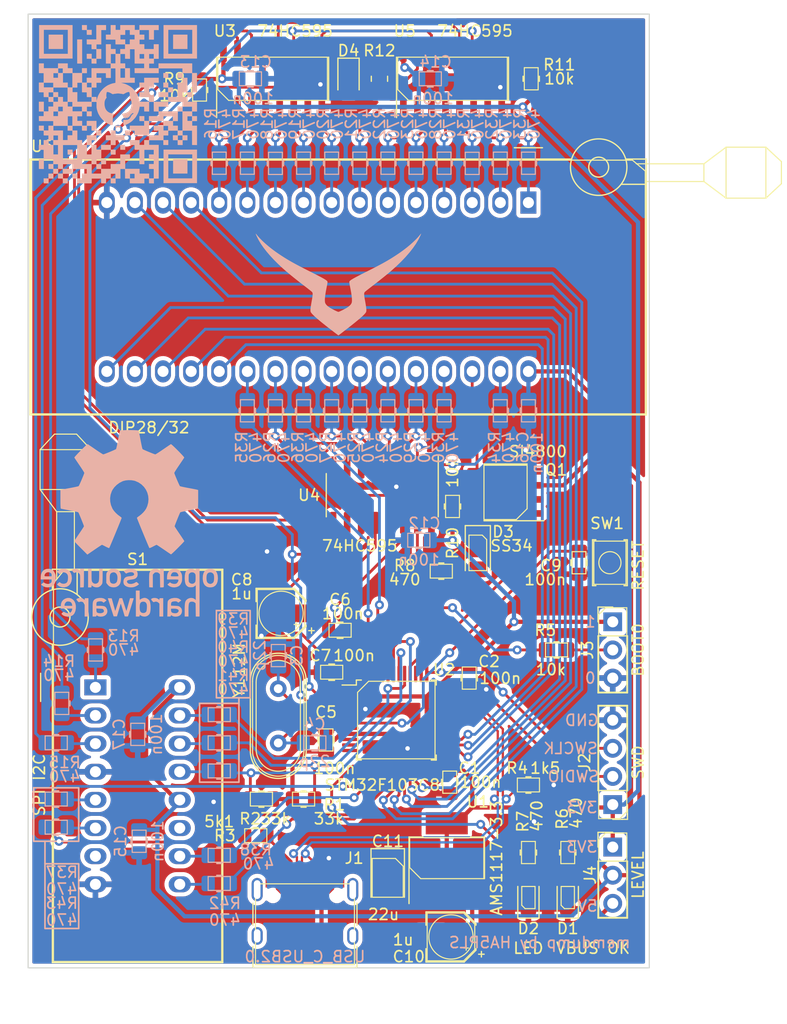
<source format=kicad_pcb>
(kicad_pcb (version 20211014) (generator pcbnew)
  (layers (0 "F.Cu" signal) (31 "B.Cu" signal) (34 "B.Paste" user) (35 "F.Paste" user) (36 "B.SilkS" user "B.Silkscreen") (37 "F.SilkS" user "F.Silkscreen") (38 "B.Mask" user) (39 "F.Mask" user) (44 "Edge.Cuts" user))
  (net 0 "")
  (net 1 "+3.3VA")
  (net 2 "GND")
  (net 3 "HSE_OUT")
  (net 4 "HSE_IN")
  (net 5 "/NRST")
  (net 6 "+5V")
  (net 7 "VBUS")
  (net 8 "Net-(D1-Pad2)")
  (net 9 "Net-(D2-Pad2)")
  (net 10 "A17+VCC_28")
  (net 11 "A14")
  (net 12 "Net-(R3-Pad1)")
  (net 13 "USB_D+")
  (net 14 "USB_D-")
  (net 18 "SWDIO")
  (net 19 "SWCLK")
  (net 20 "SZE")
  (net 21 "SCL")
  (net 22 "SDA")
  (net 23 "/BOOT0")
  (net 24 "LED")
  (net 25 "A0")
  (net 26 "Net-(D4-Pad2)")
  (net 27 "A1")
  (net 28 "Net-(D3-Pad2)")
  (net 29 "A2")
  (net 30 "Net-(R9-Pad2)")
  (net 31 "A3")
  (net 32 "Net-(R10-Pad2)")
  (net 33 "A4")
  (net 34 "Net-(R11-Pad2)")
  (net 35 "A5")
  (net 36 "Net-(J3-Pad2)")
  (net 37 "A6")
  (net 38 "Net-(R13-Pad2)")
  (net 39 "A7")
  (net 40 "Net-(R14-Pad2)")
  (net 41 "A8")
  (net 42 "Net-(R15-Pad2)")
  (net 43 "A9")
  (net 44 "Net-(R16-Pad2)")
  (net 45 "A10")
  (net 46 "Net-(R17-Pad2)")
  (net 47 "A11")
  (net 48 "Net-(R18-Pad2)")
  (net 49 "A12")
  (net 50 "Net-(R19-Pad2)")
  (net 51 "Net-(R22-Pad2)")
  (net 52 "Net-(R20-Pad2)")
  (net 53 "Net-(R21-Pad2)")
  (net 54 "A15")
  (net 55 "Net-(R23-Pad2)")
  (net 56 "A16")
  (net 57 "Net-(R24-Pad2)")
  (net 58 "A17")
  (net 59 "Net-(R25-Pad2)")
  (net 60 "A18")
  (net 61 "Net-(R26-Pad2)")
  (net 62 "A19")
  (net 63 "Net-(R27-Pad2)")
  (net 64 "NCE")
  (net 65 "Net-(R28-Pad2)")
  (net 66 "NOE")
  (net 67 "Net-(R29-Pad2)")
  (net 68 "I2C_A0")
  (net 69 "Net-(R30-Pad2)")
  (net 70 "I2C_A1")
  (net 71 "Net-(R31-Pad2)")
  (net 72 "I2C_A2")
  (net 73 "Net-(R32-Pad2)")
  (net 74 "NSS")
  (net 75 "Net-(R33-Pad2)")
  (net 76 "SCK")
  (net 77 "Net-(R34-Pad2)")
  (net 78 "A13")
  (net 79 "WP")
  (net 80 "Net-(R35-Pad2)")
  (net 81 "Net-(R36-Pad2)")
  (net 82 "Net-(R37-Pad2)")
  (net 83 "MOSI")
  (net 84 "Net-(R39-Pad1)")
  (net 85 "MISO")
  (net 88 "ADATA")
  (net 89 "ACLK")
  (net 93 "/D0")
  (net 94 "/D1")
  (net 95 "/D2")
  (net 96 "/D3")
  (net 97 "/D4")
  (net 98 "/D5")
  (net 99 "/D6")
  (net 100 "/D7")
  (net 107 "Net-(R38-Pad2)")
  (net 108 "SO1")
  (net 109 "SO2")
  (net 110 "ACT")
  (net 111 "Net-(R40-Pad1)")
  (net 112 "Net-(R41-Pad1)")
  (net 113 "Net-(R42-Pad1)")
  (net 114 "AST")
  (net 116 "Net-(R43-Pad1)")
  (footprint "Resistor_SMD:R_0805_2012Metric_Pad1.20x1.40mm_HandSolder" (layer "F.Cu") (at 213.868 126.238 180)
    (fp_text reference "R4")
    (fp_text value "1k5")
  )
  (footprint "Resistor_SMD:R_0805_2012Metric_Pad1.20x1.40mm_HandSolder" (layer "F.Cu") (at 207.01 101.092 90)
    (fp_text reference "R10")
    (fp_text value "10k")
  )
  (footprint "Capacitor_SMD:C_0805_2012Metric_Pad1.18x1.45mm_HandSolder" (layer "F.Cu") (at 196.85 112.268)
    (fp_text reference "C6")
    (fp_text value "100n")
  )
  (footprint "Resistor_SMD:R_0805_2012Metric_Pad1.20x1.40mm_HandSolder" (layer "F.Cu") (at 200.406 62.484 -90)
    (fp_text reference "R12")
    (fp_text value "470")
  )
  (footprint "Resistor_SMD:R_0805_2012Metric_Pad1.20x1.40mm_HandSolder" (layer "F.Cu") (at 184.15 63.5 -90)
    (fp_text reference "R9")
    (fp_text value "10k")
  )
  (footprint "Capacitor_SMD:C_0805_2012Metric_Pad1.18x1.45mm_HandSolder" (layer "F.Cu") (at 218.44 106.172 90)
    (fp_text reference "C9")
    (fp_text value "100n")
  )
  (footprint "Diode_SMD:D_1206_3216Metric_Pad1.42x1.75mm_HandSolder" (layer "F.Cu") (at 209.296 105.283 -90)
    (fp_text reference "D3")
    (fp_text value "SS34")
  )
  (footprint "Resistor_SMD:R_0805_2012Metric_Pad1.20x1.40mm_HandSolder" (layer "F.Cu") (at 193.548 127.508 180)
    (fp_text reference "R1")
    (fp_text value "33k")
  )
  (footprint "Capacitor_SMD:C_0805_2012Metric_Pad1.18x1.45mm_HandSolder" (layer "F.Cu") (at 208.519 116.586 -90)
    (fp_text reference "C2")
    (fp_text value "100n")
  )
  (footprint "Resistor_SMD:R_0805_2012Metric_Pad1.20x1.40mm_HandSolder" (layer "F.Cu") (at 205.994 106.934)
    (fp_text reference "R8")
    (fp_text value "470")
  )
  (footprint "Resistor_SMD:R_0805_2012Metric_Pad1.20x1.40mm_HandSolder" (layer "F.Cu") (at 213.868 132.334 -90)
    (fp_text reference "R7")
    (fp_text value "470")
  )
  (footprint "Crystal:Crystal_HC18-U_Vertical" (layer "F.Cu") (at 191.262 117.5435 -90)
    (fp_text reference "Y1")
    (fp_text value "12M")
  )
  (footprint "Connector_USB:USB_C_Receptacle_HRO_TYPE-C-31-M-12" (layer "F.Cu") (at 193.675 138.811)
    (fp_text reference "J1")
    (fp_text value "USB_C_USB2.0")
  )
  (footprint "Capacitor_Tantalum_SMD:CP_EIA-3528-12_Kemet-T_Pad1.50x2.35mm_HandSolder" (layer "F.Cu") (at 201.154 134.62 -90)
    (fp_text reference "C11")
    (fp_text value "22u")
  )
  (footprint "LED_SMD:LED_0805_2012Metric_Pad1.15x1.40mm_HandSolder" (layer "F.Cu") (at 213.868 136.398 90)
    (fp_text reference "D2")
    (fp_text value "LED")
  )
  (footprint "Resistor_SMD:R_0805_2012Metric_Pad1.20x1.40mm_HandSolder" (layer "F.Cu") (at 214.122 62.484 90)
    (fp_text reference "R11")
    (fp_text value "10k")
  )
  (footprint "Package_SO:SOP-16_3.9x9.9mm_P1.27mm" (layer "F.Cu") (at 190.754 62.484 90)
    (fp_text reference "U3")
    (fp_text value "74HC595")
  )
  (footprint "Package_SO:SO-8_3.9x4.9mm_P1.27mm" (layer "F.Cu") (at 211.801 99.822 180)
    (fp_text reference "Q1")
    (fp_text value "SI4800")
  )
  (footprint "Package_QFP:LQFP-48_7x7mm_P0.5mm" (layer "F.Cu") (at 201.93 120.3745)
    (fp_text reference "U2")
    (fp_text value "STM32F103C8")
  )
  (footprint "Button_Switch_SMD:SW_Push_SPST_NO_Alps_SKRK" (layer "F.Cu") (at 221.234 106.172 90)
    (fp_text reference "SW1")
    (fp_text value "RESET")
  )
  (footprint "Resistor_SMD:R_0805_2012Metric_Pad1.20x1.40mm_HandSolder" (layer "F.Cu") (at 189.738 127.508)
    (fp_text reference "R2")
    (fp_text value "33k")
  )
  (footprint "Capacitor_SMD:C_0805_2012Metric_Pad1.18x1.45mm_HandSolder" (layer "F.Cu") (at 196.088 116.0565 180)
    (fp_text reference "C7")
    (fp_text value "100n")
  )
  (footprint "Socket:DIP_Socket-16_W4.3_W5.08_W7.62_W10.16_W10.9_3M_216-3340-00-0602J" (layer "F.Cu") (at 174.7375 117.424)
    (fp_text reference "S1")
    (fp_text value "SPI I2C")
  )
  (footprint "Capacitor_SMD:C_0805_2012Metric_Pad1.18x1.45mm_HandSolder" (layer "F.Cu") (at 195.58 122.174 90)
    (fp_text reference "C5")
    (fp_text value "100n")
  )
  (footprint "Capacitor_SMD:CP_Elec_4x4.5" (layer "F.Cu") (at 206.869 139.954 180)
    (fp_text reference "C10")
    (fp_text value "1u")
  )
  (footprint "LED_SMD:LED_0805_2012Metric_Pad1.15x1.40mm_HandSolder" (layer "F.Cu") (at 197.612 62.484 -90)
    (fp_text reference "D4")
    (fp_text value "LED")
  )
  (footprint "LED_SMD:LED_0805_2012Metric_Pad1.15x1.40mm_HandSolder" (layer "F.Cu") (at 217.424 136.398 90)
    (fp_text reference "D1")
    (fp_text value "VBUS OK")
  )
  (footprint "Connector_PinHeader_2.54mm:PinHeader_1x03_P2.54mm_Vertical" (layer "F.Cu") (at 221.488 131.841)
    (fp_text reference "J4")
    (fp_text value "LEVEL")
  )
  (footprint "Connector_PinHeader_2.54mm:PinHeader_1x03_P2.54mm_Vertical" (layer "F.Cu") (at 221.488 111.506)
    (fp_text reference "J3")
    (fp_text value "BOOT0")
  )
  (footprint "Resistor_SMD:R_0805_2012Metric_Pad1.20x1.40mm_HandSolder" (layer "F.Cu") (at 217.424 132.334 -90)
    (fp_text reference "R6")
    (fp_text value "470")
  )
  (footprint "Package_SO:SOP-16_3.9x9.9mm_P1.27mm" (layer "F.Cu") (at 207.01 62.484 90)
    (fp_text reference "U5")
    (fp_text value "74HC595")
  )
  (footprint "Resistor_SMD:R_0805_2012Metric_Pad1.20x1.40mm_HandSolder" (layer "F.Cu") (at 189.23 130.81 180)
    (fp_text reference "R3")
    (fp_text value "5k1")
  )
  (footprint "Capacitor_SMD:CP_Elec_4x4.5" (layer "F.Cu") (at 191.516 110.744 180)
    (fp_text reference "C8")
    (fp_text value "1u")
  )
  (footprint "Resistor_SMD:R_0805_2012Metric_Pad1.20x1.40mm_HandSolder" (layer "F.Cu") (at 216.408 114.046)
    (fp_text reference "R5")
    (fp_text value "10k")
  )
  (footprint "Socket:DIP_Socket-32_W11.9_W12.7_W15.24_W17.78_W18.5_3M_232-1285-00-0602J" (layer "F.Cu") (at 213.868 73.66 -90)
    (fp_text reference "U6")
    (fp_text value "DIP28/32")
  )
  (footprint "Package_TO_SOT_SMD:SOT-223-3_TabPin2" (layer "F.Cu") (at 206.488 132.842 90)
    (fp_text reference "U1")
    (fp_text value "AMS1117-3.3")
  )
  (footprint "Package_SO:SOP-16_3.9x9.9mm_P1.27mm" (layer "F.Cu") (at 200.66 100.076 -90)
    (fp_text reference "U4")
    (fp_text value "74HC595")
  )
  (footprint "Capacitor_SMD:C_0805_2012Metric_Pad1.18x1.45mm_HandSolder" (layer "F.Cu") (at 206.756 125.984 -90)
    (fp_text reference "C1")
    (fp_text value "100n")
  )
  (footprint "Connector_PinHeader_2.54mm:PinHeader_1x04_P2.54mm_Vertical" (layer "F.Cu") (at 221.488 128.006 180)
    (fp_text reference "J2")
    (fp_text value "SWD")
  )
  (footprint "LOGO" (layer "B.Cu") (at 177.8 102.616 180)
    (fp_text reference "G***" hide)
    (fp_text value "LOGO" hide)
  )
  (footprint "Resistor_SMD:R_0805_2012Metric_Pad1.20x1.40mm_HandSolder" (layer "B.Cu") (at 185.928 124.968)
    (fp_text reference "R41")
    (fp_text value "470")
  )
  (footprint "Capacitor_SMD:C_0805_2012Metric_Pad1.18x1.45mm_HandSolder" (layer "B.Cu") (at 188.7435 62.484)
    (fp_text reference "C13")
    (fp_text value "100n")
  )
  (footprint "Resistor_SMD:R_0805_2012Metric_Pad1.20x1.40mm_HandSolder" (layer "B.Cu") (at 206.248 70.104 -90)
    (fp_text reference "R28")
    (fp_text value "470")
  )
  (footprint "Capacitor_SMD:C_0805_2012Metric_Pad1.18x1.45mm_HandSolder" (layer "B.Cu") (at 178.689 131.318 -90)
    (fp_text reference "C15")
    (fp_text value "100n")
  )
  (footprint "Resistor_SMD:R_0805_2012Metric_Pad1.20x1.40mm_HandSolder" (layer "B.Cu") (at 206.248 92.456 90)
    (fp_text reference "R30")
    (fp_text value "470")
  )
  (footprint "Resistor_SMD:R_0805_2012Metric_Pad1.20x1.40mm_HandSolder" (layer "B.Cu") (at 185.928 122.428)
    (fp_text reference "R40")
    (fp_text value "470")
  )
  (footprint "Resistor_SMD:R_0805_2012Metric_Pad1.20x1.40mm_HandSolder" (layer "B.Cu") (at 185.928 119.888)
    (fp_text reference "R39")
    (fp_text value "470")
  )
  (footprint "Resistor_SMD:R_0805_2012Metric_Pad1.20x1.40mm_HandSolder" (layer "B.Cu") (at 196.088 92.456 90)
    (fp_text reference "R27")
    (fp_text value "470")
  )
  (footprint "Capacitor_SMD:C_0805_2012Metric_Pad1.18x1.45mm_HandSolder" (layer "B.Cu") (at 194.564 122.428 180)
    (fp_text reference "C4")
    (fp_text value "22p")
  )
  (footprint "Resistor_SMD:R_0805_2012Metric_Pad1.20x1.40mm_HandSolder" (layer "B.Cu") (at 201.168 70.104 -90)
    (fp_text reference "R22")
    (fp_text value "470")
  )
  (footprint "Resistor_SMD:R_0805_2012Metric_Pad1.20x1.40mm_HandSolder" (layer "B.Cu") (at 171.196 130.048 180)
    (fp_text reference "R43")
    (fp_text value "470")
  )
  (footprint "Resistor_SMD:R_0805_2012Metric_Pad1.20x1.40mm_HandSolder" (layer "B.Cu") (at 198.628 70.104 -90)
    (fp_text reference "R21")
    (fp_text value "470")
  )
  (footprint "Resistor_SMD:R_0805_2012Metric_Pad1.20x1.40mm_HandSolder" (layer "B.Cu") (at 188.468 70.104 -90)
    (fp_text reference "R17")
    (fp_text value "470")
  )
  (footprint "Resistor_SMD:R_0805_2012Metric_Pad1.20x1.40mm_HandSolder" (layer "B.Cu") (at 203.708 92.456 90)
    (fp_text reference "R29")
    (fp_text value "470")
  )
  (footprint "Resistor_SMD:R_0805_2012Metric_Pad1.20x1.40mm_HandSolder" (layer "B.Cu") (at 196.088 70.104 -90)
    (fp_text reference "R20")
    (fp_text value "470")
  )
  (footprint "LOGO" (layer "B.Cu") (at 196.6976 81.026 180)
    (fp_text reference "G***" hide)
    (fp_text value "LOGO" hide)
  )
  (footprint "Capacitor_SMD:C_0805_2012Metric_Pad1.18x1.45mm_HandSolder" (layer "B.Cu") (at 203.962 104.14 180)
    (fp_text reference "C12")
    (fp_text value "100n")
  )
  (footprint "Resistor_SMD:R_0805_2012Metric_Pad1.20x1.40mm_HandSolder" (layer "B.Cu") (at 188.468 92.456 90)
    (fp_text reference "R35")
    (fp_text value "470")
  )
  (footprint "Resistor_SMD:R_0805_2012Metric_Pad1.20x1.40mm_HandSolder" (layer "B.Cu") (at 171.196 122.428)
    (fp_text reference "R15")
    (fp_text value "470")
  )
  (footprint "Capacitor_SMD:C_0805_2012Metric_Pad1.18x1.45mm_HandSolder" (layer "B.Cu") (at 178.562 121.666 -90)
    (fp_text reference "C17")
    (fp_text value "100n")
  )
  (footprint "Resistor_SMD:R_0805_2012Metric_Pad1.20x1.40mm_HandSolder" (layer "B.Cu") (at 193.548 92.456 90)
    (fp_text reference "R36")
    (fp_text value "470")
  )
  (footprint "Resistor_SMD:R_0805_2012Metric_Pad1.20x1.40mm_HandSolder" (layer "B.Cu") (at 203.708 70.104 -90)
    (fp_text reference "R23")
    (fp_text value "470")
  )
  (footprint "Resistor_SMD:R_0805_2012Metric_Pad1.20x1.40mm_HandSolder" (layer "B.Cu") (at 193.548 70.104 -90)
    (fp_text reference "R19")
    (fp_text value "470")
  )
  (footprint "Resistor_SMD:R_0805_2012Metric_Pad1.20x1.40mm_HandSolder" (layer "B.Cu") (at 191.008 70.12 -90)
    (fp_text reference "R18")
    (fp_text value "470")
  )
  (footprint "LOGO" (layer "B.Cu") (at 176.784 64.77 180)
    (fp_text reference "G***" hide)
    (fp_text value "LOGO" hide)
  )
  (footprint "Resistor_SMD:R_0805_2012Metric_Pad1.20x1.40mm_HandSolder" (layer "B.Cu") (at 185.928 132.588 180)
    (fp_text reference "R38")
    (fp_text value "470")
  )
  (footprint "Resistor_SMD:R_0805_2012Metric_Pad1.20x1.40mm_HandSolder" (layer "B.Cu") (at 191.008 92.456 90)
    (fp_text reference "R26")
    (fp_text value "470")
  )
  (footprint "Resistor_SMD:R_0805_2012Metric_Pad1.20x1.40mm_HandSolder" (layer "B.Cu") (at 211.328 92.456 90)
    (fp_text reference "R34")
    (fp_text value "470")
  )
  (footprint "Resistor_SMD:R_0805_2012Metric_Pad1.20x1.40mm_HandSolder" (layer "B.Cu") (at 174.752 114.046 -90)
    (fp_text reference "R13")
    (fp_text value "470")
  )
  (footprint "Capacitor_SMD:C_0805_2012Metric_Pad1.18x1.45mm_HandSolder" (layer "B.Cu") (at 204.9995 62.484)
    (fp_text reference "C14")
    (fp_text value "100n")
  )
  (footprint "Resistor_SMD:R_0805_2012Metric_Pad1.20x1.40mm_HandSolder" (layer "B.Cu") (at 185.928 70.104 -90)
    (fp_text reference "R16")
    (fp_text value "470")
  )
  (footprint "Resistor_SMD:R_0805_2012Metric_Pad1.20x1.40mm_HandSolder" (layer "B.Cu") (at 171.704 118.872 -90)
    (fp_text reference "R14")
    (fp_text value "470")
  )
  (footprint "Capacitor_SMD:C_0805_2012Metric_Pad1.18x1.45mm_HandSolder" (layer "B.Cu") (at 213.868 92.456 -90)
    (fp_text reference "C16")
    (fp_text value "100n")
  )
  (footprint "Resistor_SMD:R_0805_2012Metric_Pad1.20x1.40mm_HandSolder" (layer "B.Cu") (at 198.628 92.456 90)
    (fp_text reference "R25")
    (fp_text value "470")
  )
  (footprint "Resistor_SMD:R_0805_2012Metric_Pad1.20x1.40mm_HandSolder" (layer "B.Cu") (at 208.788 70.12 -90)
    (fp_text reference "R31")
    (fp_text value "470")
  )
  (footprint "Resistor_SMD:R_0805_2012Metric_Pad1.20x1.40mm_HandSolder" (layer "B.Cu") (at 171.196 127.508)
    (fp_text reference "R37")
    (fp_text value "470")
  )
  (footprint "Capacitor_SMD:C_0805_2012Metric_Pad1.18x1.45mm_HandSolder" (layer "B.Cu") (at 191.262 114.554 90)
    (fp_text reference "C3")
    (fp_text value "22p")
  )
  (footprint "Resistor_SMD:R_0805_2012Metric_Pad1.20x1.40mm_HandSolder" (layer "B.Cu") (at 201.168 92.456 90)
    (fp_text reference "R24")
    (fp_text value "470")
  )
  (footprint "Resistor_SMD:R_0805_2012Metric_Pad1.20x1.40mm_HandSolder" (layer "B.Cu") (at 213.868 70.104 -90)
    (fp_text reference "R33")
    (fp_text value "470")
  )
  (footprint "Resistor_SMD:R_0805_2012Metric_Pad1.20x1.40mm_HandSolder" (layer "B.Cu") (at 211.328 70.104 -90)
    (fp_text reference "R32")
    (fp_text value "470")
  )
  (footprint "Resistor_SMD:R_0805_2012Metric_Pad1.20x1.40mm_HandSolder" (layer "B.Cu") (at 185.928 135.128)
    (fp_text reference "R42")
    (fp_text value "470")
  )
  (gr_line (start 187.706 118.872) (end 187.706 118.364) (layer "B.SilkS") (width 0.15))
  (gr_rect (start 170.18 133.35) (end 173.228 139.192) (layer "B.SilkS") (width 0.15) (fill none))
  (gr_rect (start 169.164 126.492) (end 173.228 131.318) (layer "B.SilkS") (width 0.15) (fill none))
  (gr_rect (start 185.674 110.49) (end 188.722 118.364) (layer "B.SilkS") (width 0.15) (fill none))
  (gr_rect (start 184.15 118.872) (end 187.706 125.984) (layer "B.SilkS") (width 0.15) (fill none))
  (gr_line (start 170.18 133.35) (end 170.18 131.318) (layer "B.SilkS") (width 0.15))
  (gr_rect (start 168.656 142.748) (end 224.79 56.642) (layer "Edge.Cuts") (width 0.1) (fill none))
  (gr_text "SWDIO" (at 217.932 125.476) (layer "B.SilkS") (effects (font (size 1 1)) (justify mirror)))
  (gr_text "SWCLK" (at 217.678 122.936) (layer "B.SilkS") (effects (font (size 1 1)) (justify mirror)))
  (gr_text "memdump by HA5PLS" (at 214.884 140.462) (layer "B.SilkS") (effects (font (size 1 1)) (justify mirror)))
  (gr_text "1\n" (at 219.456 111.506) (layer "B.SilkS") (effects (font (size 1 1)) (justify mirror)))
  (gr_text "5V\n" (at 219.202 137.16) (layer "B.SilkS") (effects (font (size 1 1)) (justify mirror)))
  (gr_text "0\n" (at 219.456 116.586) (layer "B.SilkS") (effects (font (size 1 1)) (justify mirror)))
  (gr_text "3V3" (at 218.694 131.826) (layer "B.SilkS") (effects (font (size 1 1)) (justify mirror)))
  (gr_text "GND" (at 218.694 120.396) (layer "B.SilkS") (effects (font (size 1 1)) (justify mirror)))
  (gr_text "3V3" (at 218.694 128.27) (layer "B.SilkS") (effects (font (size 1 1)) (justify mirror)))
  (segment (start 207.546559 115.5485) (end 208.519 115.5485) (width 0.381) (layer "F.Cu") (net 1))
  (segment (start 204.68 124.537) (end 204.68 121.622) (width 0.381) (layer "F.Cu") (net 1))
  (segment (start 208.788 128.27) (end 214.884 128.27) (width 0.381) (layer "F.Cu") (net 1))
  (segment (start 192.548 127.508) (end 192.548 124.444) (width 0.381) (layer "F.Cu") (net 1))
  (segment (start 205.105 102.322) (end 206.78 102.322) (width 0.381) (layer "F.Cu") (net 1))
  (segment (start 195.8125 111.2305) (end 195.8125 112.268) (width 0.381) (layer "F.Cu") (net 1))
  (segment (start 208.519 115.5485) (end 212.5615 111.506) (width 0.381) (layer "F.Cu") (net 1))
  (segment (start 204.68 121.622) (end 204.68 118.2451) (width 0.381) (layer "F.Cu") (net 1))
  (segment (start 195.326 110.744) (end 195.8125 111.2305) (width 0.381) (layer "F.Cu") (net 1))
  (segment (start 195.58 122.428) (end 195.834 122.174) (width 0.381) (layer "F.Cu") (net 1))
  (segment (start 205.3006 117.6245) (end 206.0925 117.6245) (width 0.381) (layer "F.Cu") (net 1))
  (segment (start 195.58 123.2115) (end 195.58 122.428) (width 0.381) (layer "F.Cu") (net 1))
  (segment (start 184.15 62.5) (end 186.166 62.5) (width 0.381) (layer "F.Cu") (net 1))
  (segment (start 199.18 115.614) (end 195.834 112.268) (width 0.381) (layer "F.Cu") (net 1))
  (segment (start 206.0925 117.6245) (end 206.0925 116.9955) (width 0.381) (layer "F.Cu") (net 1))
  (segment (start 197.7675 117.6245) (end 197.7675 116.6985) (width 0.381) (layer "F.Cu") (net 1))
  (segment (start 198.6055 117.6245) (end 198.882 117.348) (width 0.381) (layer "F.Cu") (net 1))
  (segment (start 197.7675 121.6245) (end 204.6775 121.6245) (width 0.381) (layer "F.Cu") (net 1))
  (segment (start 207.01 102.092) (end 207.01 104.14) (width 0.381) (layer "F.Cu") (net 1))
  (segment (start 190.738 127.508) (end 192.548 127.508) (width 0.381) (layer "F.Cu") (net 1))
  (segment (start 204.68 118.2451) (end 205.3006 117.6245) (width 0.381) (layer "F.Cu") (net 1))
  (segment (start 206.502 124.9465) (end 205.0895 124.9465) (width 0.381) (layer "F.Cu") (net 1))
  (segment (start 192.548 124.444) (end 193.7805 123.2115) (width 0.381) (layer "F.Cu") (net 1))
  (segment (start 199.18 117.05) (end 199.18 116.212) (width 0.381) (layer "F.Cu") (net 1))
  (segment (start 214.868 126.238) (end 214.868 128.254) (width 0.381) (layer "F.Cu") (net 1))
  (segment (start 206.488 135.992) (end 206.488 129.692) (width 0.381) (layer "F.Cu") (net 1))
  (segment (start 202.565 61.341) (end 202.692 61.468) (width 0.381) (layer "F.Cu") (net 1))
  (segment (start 198.882 117.348) (end 199.18 117.05) (width 0.381) (layer "F.Cu") (net 1))
  (segment (start 221.488 131.841) (end 221.488 128.006) (width 0.381) (layer "F.Cu") (net 1))
  (segment (start 196.8915 121.6245) (end 197.7675 121.6245) (width 0.381) (layer "F.Cu") (net 1))
  (segment (start 193.316 110.744) (end 195.326 110.744) (width 0.381) (layer "F.Cu") (net 1))
  (segment (start 204.68 118.2451) (end 199.7791 118.2451) (width 0.381) (layer "F.Cu") (net 1))
  (segment (start 212.5615 111.506) (end 221.488 111.506) (width 0.381) (layer "F.Cu") (net 1))
  (segment (start 195.834 122.174) (end 196.342 122.174) (width 0.381) (layer "F.Cu") (net 1))
  (segment (start 202.565 59.984) (end 202.565 61.341) (width 0.381) (layer "F.Cu") (net 1))
  (segment (start 214.868 128.254) (end 214.884 128.27) (width 0.381) (layer "F.Cu") (net 1))
  (segment (start 205.0895 124.9465) (end 204.68 124.537) (width 0.381) (layer "F.Cu") (net 1))
  (segment (start 206.099559 116.9955) (end 207.546559 115.5485) (width 0.381) (layer "F.Cu") (net 1))
  (segment (start 214.122 64.262) (end 213.36 65.024) (width 0.381) (layer "F.Cu") (net 1))
  (segment (start 206.502 124.9465) (end 208.0045 124.9465) (width 0.381) (layer "F.Cu") (net 1))
  (segment (start 197.7675 117.6245) (end 198.6055 117.6245) (width 0.381) (layer "F.Cu") (net 1))
  (segment (start 196.342 122.174) (end 196.8915 121.6245) (width 0.381) (layer "F.Cu") (net 1))
  (segment (start 204.6775 121.6245) (end 204.68 121.622) (width 0.381) (layer "F.Cu") (net 1))
  (segment (start 199.7791 118.2451) (end 198.882 117.348) (width 0.381) (layer "F.Cu") (net 1))
  (segment (start 214.122 63.484) (end 214.122 64.262) (width 0.381) (layer "F.Cu") (net 1))
  (segment (start 186.166 62.5) (end 186.182 62.484) (width 0.381) (layer "F.Cu") (net 1))
  (segment (start 208.788 125.73) (end 208.788 128.27) (width 0.381) (layer "F.Cu") (net 1))
  (segment (start 197.7675 116.6985) (end 197.1255 116.0565) (width 0.381) (layer "F.Cu") (net 1))
  (segment (start 206.0925 116.9955) (end 206.099559 116.9955) (width 0.381) (layer "F.Cu") (net 1))
  (segment (start 208.788 128.27) (end 207.366 129.692) (width 0.381) (layer "F.Cu") (net 1))
  (segment (start 201.154 132.995) (end 206.462 132.995) (width 0.381) (layer "F.Cu") (net 1))
  (segment (start 193.7805 123.2115) (end 195.58 123.2115) (width 0.381) (layer "F.Cu") (net 1))
  (segment (start 186.309 62.357) (end 186.182 62.484) (width 0.381) (layer "F.Cu") (net 1))
  (segment (start 186.309 59.984) (end 186.309 62.357) (width 0.381) (layer "F.Cu") (net 1))
  (segment (start 199.18 116.212) (end 199.18 115.614) (width 0.381) (layer "F.Cu") (net 1))
  (segment (start 221.224 128.27) (end 214.884 128.27) (width 0.381) (layer "F.Cu") (net 1))
  (segment (start 208.0045 124.9465) (end 208.788 125.73) (width 0.381) (layer "F.Cu") (net 1))
  (via (at 213.36 65.024) (size 0.8128) (drill 0.4064) (layers "F.Cu" "B.Cu") (net 1))
  (via (at 202.692 61.468) (size 0.8128) (drill 0.4064) (layers "F.Cu" "B.Cu") (net 1))
  (via (at 207.01 104.14) (size 0.8128) (drill 0.4064) (layers "F.Cu" "B.Cu") (net 1))
  (via (at 186.182 62.484) (size 0.8128) (drill 0.4064) (layers "F.Cu" "B.Cu") (net 1))
  (via (at 212.5615 111.506) (size 0.8128) (drill 0.4064) (layers "F.Cu" "B.Cu") (net 1))
  (segment (start 188.722 65.024) (end 187.706 64.008) (width 0.381) (layer "B.Cu") (net 1))
  (segment (start 221.488 128.006) (end 222.514 128.006) (width 0.381) (layer "B.Cu") (net 1))
  (segment (start 202.692 61.468) (end 202.946 61.468) (width 0.381) (layer "B.Cu") (net 1))
  (segment (start 202.946 61.468) (end 203.962 62.484) (width 0.381) (layer "B.Cu") (net 1))
  (segment (start 204.9995 104.14) (end 207.01 104.14) (width 0.381) (layer "B.Cu") (net 1))
  (segment (start 203.962 62.484) (end 203.962 65.024) (width 0.381) (layer "B.Cu") (net 1))
  (segment (start 203.962 65.024) (end 188.722 65.024) (width 0.381) (layer "B.Cu") (net 1))
  (segment (start 187.706 64.008) (end 187.706 62.484) (width 0.381) (layer "B.Cu") (net 1))
  (segment (start 223.774 126.746) (end 223.774 75.438) (width 0.381) (layer "B.Cu") (net 1))
  (segment (start 187.706 62.484) (end 186.182 62.484) (width 0.381) (layer "B.Cu") (net 1))
  (segment (start 222.514 128.006) (end 223.774 126.746) (width 0.381) (layer "B.Cu") (net 1))
  (segment (start 223.774 75.438) (end 213.36 65.024) (width 0.381) (layer "B.Cu") (net 1))
  (segment (start 213.36 65.024) (end 203.962 65.024) (width 0.381) (layer "B.Cu") (net 1))
  (segment (start 212.5615 109.6915) (end 212.5615 111.506) (width 0.381) (layer "B.Cu") (net 1))
  (segment (start 207.01 104.14) (end 212.5615 109.6915) (width 0.381) (layer "B.Cu") (net 1))
  (segment (start 206.502 127.0215) (end 205.8726 127.0215) (width 0.381) (layer "F.Cu") (net 2))
  (segment (start 199.68752 115.403778) (end 199.68752 116.212) (width 0.381) (layer "F.Cu") (net 2))
  (segment (start 207.74998 118.13202) (end 206.0925 118.13202) (width 0.381) (layer "F.Cu") (net 2))
  (segment (start 205.8726 127.0215) (end 204.17248 125.32138) (width 0.381) (layer "F.Cu") (net 2))
  (segment (start 204.17248 125.32138) (end 204.17248 124.537) (width 0.381) (layer "F.Cu") (net 2))
  (segment (start 197.8875 113.603758) (end 199.68752 115.403778) (width 0.381) (layer "F.Cu") (net 2))
  (segment (start 208.2585 117.6235) (end 207.74998 118.13202) (width 0.381) (layer "F.Cu") (net 2))
  (segment (start 197.8875 112.268) (end 197.8875 113.603758) (width 0.381) (layer "F.Cu") (net 2))
  (segment (start 195.59952 121.11698) (end 197.7675 121.11698) (width 0.381) (layer "F.Cu") (net 2))
  (via (at 214.376 129.54) (size 0.8128) (drill 0.4064) (layers "F.Cu" "B.Cu") (net 2))
  (via (at 194.056 120.904) (size 0.8128) (drill 0.4064) (layers "F.Cu" "B.Cu") (net 2))
  (via (at 213.614 96.012) (size 0.8128) (drill 0.4064) (layers "F.Cu" "B.Cu") (net 2))
  (via (at 195.072 62.992) (size 0.8128) (drill 0.4064) (layers "F.Cu" "B.Cu") (net 2))
  (via (at 211.328 63.246) (size 0.8128) (drill 0.4064) (layers "F.Cu" "B.Cu") (net 2))
  (via (at 202.946 122.936) (size 0.8128) (drill 0.4064) (layers "F.Cu" "B.Cu") (net 2))
  (via (at 195.834 132.842) (size 0.8128) (drill 0.4064) (layers "F.Cu" "B.Cu") (net 2))
  (via (at 189.738 112.776) (size 0.8128) (drill 0.4064) (layers "F.Cu" "B.Cu") (net 2))
  (via (at 210.058 117.602) (size 0.8128) (drill 0.4064) (layers "F.Cu" "B.Cu") (net 2))
  (via (at 190.246 105.156) (size 0.8128) (drill 0.4064) (layers "F.Cu" "B.Cu") (net 2))
  (via (at 201.93 99.314) (size 0.8128) (drill 0.4064) (layers "F.Cu" "B.Cu") (net 2))
  (via (at 216.154 126.238) (size 0.8128) (drill 0.4064) (layers "F.Cu" "B.Cu") (net 2))
  (via (at 185.42 127.762) (size 0.8128) (drill 0.4064) (layers "F.Cu" "B.Cu") (net 2))
  (via (at 199.136 119.38) (size 0.8128) (drill 0.4064) (layers "F.Cu" "B.Cu") (net 2))
  (segment (start 193.343 119.6245) (end 191.262 117.5435) (width 0.254) (layer "F.Cu") (net 3))
  (segment (start 197.7675 119.6245) (end 193.343 119.6245) (width 0.254) (layer "F.Cu") (net 3))
  (segment (start 191.262 117.5435) (end 191.262 115.5915) (width 0.254) (layer "B.Cu") (net 3))
  (segment (start 197.7675 120.1245) (end 193.581 120.1245) (width 0.254) (layer "F.Cu") (net 4))
  (segment (start 193.581 120.1245) (end 191.262 122.4435) (width 0.254) (layer "F.Cu") (net 4))
  (segment (start 191.262 122.4435) (end 193.3625 122.4435) (width 0.254) (layer "B.Cu") (net 4))
  (segment (start 202.438 120.65) (end 197.793 120.65) (width 0.254) (layer "F.Cu") (net 5))
  (segment (start 218.44 105.1345) (end 220.4255 105.1345) (width 0.254) (layer "F.Cu") (net 5))
  (segment (start 218.44 105.1345) (end 215.9215 105.1345) (width 0.254) (layer "F.Cu") (net 5))
  (segment (start 220.4255 105.1345) (end 221.488 104.072) (width 0.254) (layer "F.Cu") (net 5))
  (segment (start 215.9215 105.1345) (end 206.756 114.3) (width 0.254) (layer "F.Cu") (net 5))
  (via (at 202.438 120.65) (size 0.8128) (drill 0.4064) (layers "F.Cu" "B.Cu") (net 5))
  (via (at 206.756 114.3) (size 0.8128) (drill 0.4064) (layers "F.Cu" "B.Cu") (net 5))
  (segment (start 204.367911 119.241845) (end 202.959756 120.65) (width 0.254) (layer "B.Cu") (net 5))
  (segment (start 206.756 114.3) (end 204.367911 116.688089) (width 0.254) (layer "B.Cu") (net 5))
  (segment (start 204.367911 116.688089) (end 204.367911 119.241845) (width 0.254) (layer "B.Cu") (net 5))
  (segment (start 202.959756 120.65) (end 202.438 120.65) (width 0.254) (layer "B.Cu") (net 5))
  (segment (start 208.788 139.835) (end 208.788 135.992) (width 0.381) (layer "F.Cu") (net 6))
  (segment (start 191.225 134.766) (end 191.225 135.563439) (width 0.381) (layer "F.Cu") (net 6))
  (segment (start 195.170188 139.671188) (end 195.170188 136.518251) (width 0.381) (layer "F.Cu") (net 6))
  (segment (start 196.125 135.563439) (end 196.125 134.766) (width 0.381) (layer "F.Cu") (net 6))
  (segment (start 208.302 139.954) (end 206.651 141.605) (width 0.381) (layer "F.Cu") (net 6))
  (segment (start 218.455 139.954) (end 221.488 136.921) (width 0.381) (layer "F.Cu") (net 6))
  (segment (start 197.104 141.605) (end 195.170188 139.671188) (width 0.381) (layer "F.Cu") (net 6))
  (segment (start 191.225 135.563439) (end 192.179812 136.518251) (width 0.381) (layer "F.Cu") (net 6))
  (segment (start 206.651 141.605) (end 197.104 141.605) (width 0.381) (layer "F.Cu") (net 6))
  (segment (start 195.170188 136.518251) (end 196.125 135.563439) (width 0.381) (layer "F.Cu") (net 6))
  (segment (start 208.302 139.954) (end 218.455 139.954) (width 0.381) (layer "F.Cu") (net 6))
  (segment (start 192.179812 136.518251) (end 195.170188 136.518251) (width 0.381) (layer "F.Cu") (net 6))
  (segment (start 217.424 131.334) (end 218.441 131.334) (width 0.381) (layer "F.Cu") (net 7))
  (segment (start 214.376 99.187) (end 217.043 99.187) (width 0.381) (layer "F.Cu") (net 7))
  (segment (start 220.599 95.631) (end 223.901 98.933) (width 0.381) (layer "F.Cu") (net 7))
  (segment (start 214.376 101.727) (end 214.376 99.187) (width 0.381) (layer "F.Cu") (net 7))
  (segment (start 180.086 119.6955) (end 182.3575 117.424) (width 0.381) (layer "F.Cu") (net 7))
  (segment (start 218.441 131.334) (end 221.488 134.381) (width 0.381) (layer "F.Cu") (net 7))
  (segment (start 217.424 88.9) (end 220.599 92.075) (width 0.381) (layer "F.Cu") (net 7))
  (segment (start 220.599 92.075) (end 220.599 95.631) (width 0.381) (layer "F.Cu") (net 7))
  (segment (start 223.901 133.477) (end 222.997 134.381) (width 0.381) (layer "F.Cu") (net 7))
  (segment (start 217.043 99.187) (end 220.599 95.631) (width 0.381) (layer "F.Cu") (net 7))
  (segment (start 222.997 134.381) (end 221.488 134.381) (width 0.381) (layer "F.Cu") (net 7))
  (segment (start 180.086 125.603) (end 180.086 119.6955) (width 0.381) (layer "F.Cu") (net 7))
  (segment (start 223.901 98.933) (end 223.901 133.477) (width 0.381) (layer "F.Cu") (net 7))
  (segment (start 213.868 88.9) (end 217.424 88.9) (width 0.381) (layer "F.Cu") (net 7))
  (segment (start 182.067 127.584) (end 180.086 125.603) (width 0.381) (layer "F.Cu") (net 7))
  (segment (start 178.689 130.2805) (end 180.3185 130.2805) (width 0.381) (layer "B.Cu") (net 7))
  (segment (start 180.34 135.636) (end 182.792011 138.088011) (width 0.381) (layer "B.Cu") (net 7))
  (segment (start 180.34 129.794) (end 180.34 130.302) (width 0.381) (layer "B.Cu") (net 7))
  (segment (start 213.868 91.4185) (end 213.868 88.9) (width 0.381) (layer "B.Cu") (net 7))
  (segment (start 180.34 130.302) (end 180.34 135.636) (width 0.381) (layer "B.Cu") (net 7))
  (segment (start 182.792011 138.088011) (end 217.780989 138.088011) (width 0.381) (layer "B.Cu") (net 7))
  (segment (start 217.780989 138.088011) (end 221.488 134.381) (width 0.381) (layer "B.Cu") (net 7))
  (segment (start 180.3185 130.2805) (end 180.34 130.302) (width 0.381) (layer "B.Cu") (net 7))
  (segment (start 181.7665 117.424) (end 178.562 120.6285) (width 0.381) (layer "B.Cu") (net 7))
  (segment (start 182.3575 127.7765) (end 180.34 129.794) (width 0.381) (layer "B.Cu") (net 7))
  (segment (start 217.424 135.373) (end 217.424 133.334) (width 0.254) (layer "F.Cu") (net 8))
  (segment (start 213.868 135.373) (end 213.868 133.334) (width 0.254) (layer "F.Cu") (net 9))
  (segment (start 209.296 103.7955) (end 209.296 97.987) (width 0.381) (layer "F.Cu") (net 10))
  (segment (start 209.226 93.91) (end 209.226 97.917) (width 0.254) (layer "F.Cu") (net 10))
  (segment (start 208.788 93.472) (end 208.788 88.9) (width 0.254) (layer "F.Cu") (net 10))
  (segment (start 208.788 93.472) (end 209.226 93.91) (width 0.254) (layer "F.Cu") (net 10))
  (segment (start 203.835 95.885) (end 203.962 95.758) (width 0.254) (layer "F.Cu") (net 11))
  (segment (start 203.835 97.322) (end 203.835 95.885) (width 0.254) (layer "F.Cu") (net 11))
  (via (at 203.962 95.758) (size 0.8128) (drill 0.4064) (layers "F.Cu" "B.Cu") (net 11))
  (segment (start 206.248 94.488) (end 204.978 95.758) (width 0.254) (layer "B.Cu") (net 11))
  (segment (start 204.978 95.758) (end 203.962 95.758) (width 0.254) (layer "B.Cu") (net 11))
  (segment (start 206.248 93.456) (end 206.248 94.488) (width 0.254) (layer "B.Cu") (net 11))
  (segment (start 192.425 134.766) (end 192.425 133.14363) (width 0.254) (layer "F.Cu") (net 12))
  (segment (start 192.425 134.766) (end 192.425 135.745) (width 0.254) (layer "F.Cu") (net 12))
  (segment (start 192.425 135.745) (end 192.754231 136.074231) (width 0.254) (layer "F.Cu") (net 12))
  (segment (start 194.887769 136.074231) (end 195.425 135.537) (width 0.254) (layer "F.Cu") (net 12))
  (segment (start 192.754231 136.074231) (end 194.887769 136.074231) (width 0.254) (layer "F.Cu") (net 12))
  (segment (start 192.425 133.14363) (end 190.23 130.94863) (width 0.254) (layer "F.Cu") (net 12))
  (segment (start 195.425 135.537) (end 195.425 134.766) (width 0.254) (layer "F.Cu") (net 12))
  (segment (start 193.425 133.678499) (end 193.4036 133.657099) (width 0.2032) (layer "F.Cu") (net 13))
  (segment (start 212.868 126.5014) (end 211.8614 127.508) (width 0.2032) (layer "F.Cu") (net 13))
  (segment (start 194.425 134.766) (end 194.425 133.143574) (width 0.2032) (layer "F.Cu") (net 13))
  (segment (start 193.403601 132.731773) (end 193.7084 132.426974) (width 0.2032) (layer "F.Cu") (net 13))
  (segment (start 193.425 134.766) (end 193.425 133.678499) (width 0.2032) (layer "F.Cu") (net 13))
  (segment (start 211.8614 127.508) (end 211.556601 127.203201) (width 0.2032) (layer "F.Cu") (net 13))
  (segment (start 209.512189 119.145899) (end 206.113899 119.145899) (width 0.2032) (layer "F.Cu") (net 13))
  (segment (start 211.556601 127.203201) (end 211.556601 121.190311) (width 0.2032) (layer "F.Cu") (net 13))
  (segment (start 211.556601 121.190311) (end 209.512189 119.145899) (width 0.2032) (layer "F.Cu") (net 13))
  (segment (start 194.425 133.143574) (end 193.7084 132.426974) (width 0.2032) (layer "F.Cu") (net 13))
  (segment (start 193.4036 133.657099) (end 193.403601 132.731773) (width 0.2032) (layer "F.Cu") (net 13))
  (via (at 193.7084 132.426974) (size 0.8128) (drill 0.4064) (layers "F.Cu" "B.Cu") (net 13))
  (via (at 211.8614 127.508) (size 0.8128) (drill 0.4064) (layers "F.Cu" "B.Cu") (net 13))
  (segment (start 209.77169 131.4196) (end 211.556601 129.634689) (width 0.2032) (layer "B.Cu") (net 13))
  (segment (start 194.295553 131.4196) (end 209.77169 131.4196) (width 0.2032) (layer "B.Cu") (net 13))
  (segment (start 211.556601 127.812799) (end 211.8614 127.508) (width 0.2032) (layer "B.Cu") (net 13))
  (segment (start 193.7084 132.426974) (end 193.7084 132.006753) (width 0.2032) (layer "B.Cu") (net 13))
  (segment (start 211.556601 129.634689) (end 211.556601 127.812799) (width 0.2032) (layer "B.Cu") (net 13))
  (segment (start 193.7084 132.006753) (end 194.295553 131.4196) (width 0.2032) (layer "B.Cu") (net 13))
  (segment (start 192.946399 132.731773) (end 192.6416 132.426974) (width 0.2032) (layer "F.Cu") (net 14))
  (segment (start 192.925 133.678499) (end 192.9464 133.657099) (width 0.2032) (layer "F.Cu") (net 14))
  (segment (start 193.803111 135.719111) (end 193.046889 135.719111) (width 0.2032) (layer "F.Cu") (net 14))
  (segment (start 211.099399 127.203201) (end 211.099399 121.379689) (width 0.2032) (layer "F.Cu") (net 14))
  (segment (start 211.099399 121.379689) (end 209.322811 119.603101) (width 0.2032) (layer "F.Cu") (net 14))
  (segment (start 193.925 134.766) (end 193.925 135.597222) (width 0.2032) (layer "F.Cu") (net 14))
  (segment (start 192.9464 133.657099) (end 192.946399 132.731773) (width 0.2032) (layer "F.Cu") (net 14))
  (segment (start 209.322811 119.603101) (end 206.113899 119.603101) (width 0.2032) (layer "F.Cu") (net 14))
  (segment (start 210.7946 127.508) (end 211.099399 127.203201) (width 0.2032) (layer "F.Cu") (net 14))
  (segment (start 192.925 135.597222) (end 192.925 134.766) (width 0.2032) (layer "F.Cu") (net 14))
  (segment (start 193.925 135.597222) (end 193.803111 135.719111) (width 0.2032) (layer "F.Cu") (net 14))
  (segment (start 192.925 134.766) (end 192.925 133.678499) (width 0.2032) (layer "F.Cu") (net 14))
  (segment (start 193.046889 135.719111) (end 192.925 135.597222) (width 0.2032) (layer "F.Cu") (net 14))
  (via (at 192.6416 132.426974) (size 0.8128) (drill 0.4064) (layers "F.Cu" "B.Cu") (net 14))
  (via (at 210.7946 127.508) (size 0.8128) (drill 0.4064) (layers "F.Cu" "B.Cu") (net 14))
  (segment (start 211.099399 127.812799) (end 210.7946 127.508) (width 0.2032) (layer "B.Cu") (net 14))
  (segment (start 194.106174 130.9624) (end 209.58231 130.9624) (width 0.2032) (layer "B.Cu") (net 14))
  (segment (start 209.58231 130.9624) (end 211.099399 129.445311) (width 0.2032) (layer "B.Cu") (net 14))
  (segment (start 192.6416 132.426974) (end 194.106174 130.9624) (width 0.2032) (layer "B.Cu") (net 14))
  (segment (start 211.099399 129.445311) (end 211.099399 127.812799) (width 0.2032) (layer "B.Cu") (net 14))
  (segment (start 221.488 125.466) (end 217.541 125.466) (width 0.254) (layer "F.Cu") (net 18))
  (segment (start 210.6995 118.6245) (end 206.0925 118.6245) (width 0.254) (layer "F.Cu") (net 18))
  (segment (start 217.541 125.466) (end 210.6995 118.6245) (width 0.254) (layer "F.Cu") (net 18))
  (segment (start 205.994 116.078) (end 204.814 116.078) (width 0.254) (layer "F.Cu") (net 19))
  (segment (start 204.814 116.078) (end 204.68 116.212) (width 0.254) (layer "F.Cu") (net 19))
  (segment (start 211.582 117.856) (end 216.652 122.926) (width 0.254) (layer "F.Cu") (net 19))
  (segment (start 221.488 122.926) (end 216.652 122.926) (width 0.254) (layer "F.Cu") (net 19))
  (via (at 211.582 117.856) (size 0.8128) (drill 0.4064) (layers "F.Cu" "B.Cu") (net 19))
  (via (at 205.994 116.078) (size 0.8128) (drill 0.4064) (layers "F.Cu" "B.Cu") (net 19))
  (segment (start 209.804 116.078) (end 205.994 116.078) (width 0.254) (layer "B.Cu") (net 19))
  (segment (start 211.582 117.856) (end 209.804 116.078) (width 0.254) (layer "B.Cu") (net 19))
  (segment (start 214.376 97.917) (end 213.233 97.917) (width 0.254) (layer "F.Cu") (net 20))
  (segment (start 204.008903 114.681) (end 203.18 115.509903) (width 0.254) (layer "F.Cu") (net 20))
  (segment (start 204.597 114.681) (end 211.709 107.569) (width 0.254) (layer "F.Cu") (net 20))
  (segment (start 203.18 115.509903) (end 203.18 116.212) (width 0.254) (layer "F.Cu") (net 20))
  (segment (start 213.233 97.917) (end 211.709 99.441) (width 0.254) (layer "F.Cu") (net 20))
  (segment (start 211.709 99.441) (end 211.709 107.569) (width 0.254) (layer "F.Cu") (net 20))
  (segment (start 204.008903 114.681) (end 204.597 114.681) (width 0.254) (layer "F.Cu") (net 20))
  (segment (start 194.548 124.5009) (end 194.564 124.4849) (width 0.254) (layer "F.Cu") (net 21))
  (segment (start 202.3399 114.3) (end 202.18 114.4599) (width 0.254) (layer "F.Cu") (net 21))
  (segment (start 202.18 114.4599) (end 202.18 116.212) (width 0.254) (layer "F.Cu") (net 21))
  (segment (start 194.548 127.508) (end 194.548 124.5009) (width 0.254) (layer "F.Cu") (net 21))
  (via (at 194.564 124.4849) (size 0.8128) (drill 0.4064) (layers "F.Cu" "B.Cu") (net 21))
  (via (at 202.3399 114.3) (size 0.8128) (drill 0.4064) (layers "F.Cu" "B.Cu") (net 21))
  (segment (start 188.595 122.428) (end 190.627 124.46) (width 0.254) (layer "B.Cu") (net 21))
  (segment (start 196.469 124.46) (end 202.3399 118.5891) (width 0.254) (layer "B.Cu") (net 21))
  (segment (start 190.627 124.46) (end 196.469 124.46) (width 0.254) (layer "B.Cu") (net 21))
  (segment (start 186.928 122.428) (end 188.595 122.428) (width 0.254) (layer "B.Cu") (net 21))
  (segment (start 202.3399 118.5891) (end 202.3399 114.3) (width 0.254) (layer "B.Cu") (net 21))
  (segment (start 201.68 116.212) (end 201.68 113.788) (width 0.254) (layer "F.Cu") (net 22))
  (segment (start 188.738 127.508) (end 188.738 125.206) (width 0.254) (layer "F.Cu") (net 22))
  (segment (start 188.738 125.206) (end 188.799189 125.144811) (width 0.254) (layer "F.Cu") (net 22))
  (segment (start 201.68 113.788) (end 202.184 113.284) (width 0.254) (layer "F.Cu") (net 22))
  (segment (start 202.184 113.284) (end 202.946 113.284) (width 0.254) (layer "F.Cu") (net 22))
  (segment (start 202.946 113.284) (end 203.2 113.284) (width 0.254) (layer "F.Cu") (net 22))
  (via (at 188.799189 125.144811) (size 0.8128) (drill 0.4064) (layers "F.Cu" "B.Cu") (net 22))
  (via (at 203.2 113.284) (size 0.8128) (drill 0.4064) (layers "F.Cu" "B.Cu") (net 22))
  (segment (start 203.2 118.618) (end 196.673189 125.144811) (width 0.254) (layer "B.Cu") (net 22))
  (segment (start 188.799189 125.144811) (end 187.104811 125.144811) (width 0.254) (layer "B.Cu") (net 22))
  (segment (start 196.673189 125.144811) (end 188.799189 125.144811) (width 0.254) (layer "B.Cu") (net 22))
  (segment (start 203.2 113.284) (end 203.2 118.618) (width 0.254) (layer "B.Cu") (net 22))
  (segment (start 201.18 112.026) (end 201.168 112.014) (width 0.254) (layer "F.Cu") (net 23))
  (segment (start 201.168 112.014) (end 202.946 110.236) (width 0.254) (layer "F.Cu") (net 23))
  (segment (start 201.18 116.212) (end 201.18 112.026) (width 0.254) (layer "F.Cu") (net 23))
  (segment (start 212.852 114.046) (end 215.408 114.046) (width 0.254) (layer "F.Cu") (net 23))
  (segment (start 202.946 110.236) (end 207.01 110.236) (width 0.254) (layer "F.Cu") (net 23))
  (via (at 212.852 114.046) (size 0.8128) (drill 0.4064) (layers "F.Cu" "B.Cu") (net 23))
  (via (at 207.01 110.236) (size 0.8128) (drill 0.4064) (layers "F.Cu" "B.Cu") (net 23))
  (segment (start 207.01 110.236) (end 210.82 114.046) (width 0.254) (layer "B.Cu") (net 23))
  (segment (start 210.82 114.046) (end 212.852 114.046) (width 0.254) (layer "B.Cu") (net 23))
  (segment (start 196.088 126.447744) (end 196.088 128.27) (width 0.254) (layer "F.Cu") (net 24))
  (segment (start 199.18 124.537) (end 197.998744 124.537) (width 0.254) (layer "F.Cu") (net 24))
  (segment (start 197.998744 124.537) (end 196.088 126.447744) (width 0.254) (layer "F.Cu") (net 24))
  (segment (start 211.09 131.334) (end 213.868 131.334) (width 0.254) (layer "F.Cu") (net 24))
  (segment (start 209.55 129.794) (end 211.09 131.334) (width 0.254) (layer "F.Cu") (net 24))
  (via (at 209.55 129.794) (size 0.8128) (drill 0.4064) (layers "F.Cu" "B.Cu") (net 24))
  (via (at 196.088 128.27) (size 0.8128) (drill 0.4064) (layers "F.Cu" "B.Cu") (net 24))
  (segment (start 209.296 129.794) (end 209.55 129.794) (width 0.254) (layer "B.Cu") (net 24))
  (segment (start 197.612 129.794) (end 209.296 129.794) (width 0.254) (layer "B.Cu") (net 24))
  (segment (start 196.088 128.27) (end 197.612 129.794) (width 0.254) (layer "B.Cu") (net 24))
  (segment (start 188.849 66.421) (end 188.849 64.984) (width 0.254) (layer "F.Cu") (net 25))
  (segment (start 185.928 67.818) (end 187.452 67.818) (width 0.254) (layer "F.Cu") (net 25))
  (segment (start 187.452 67.818) (end 188.849 66.421) (width 0.254) (layer "F.Cu") (net 25))
  (via (at 185.928 67.818) (size 0.8128) (drill 0.4064) (layers "F.Cu" "B.Cu") (net 25))
  (segment (start 185.928 69.104) (end 185.928 67.818) (width 0.254) (layer "B.Cu") (net 25))
  (segment (start 200.381 63.509) (end 200.406 63.484) (width 0.254) (layer "F.Cu") (net 26))
  (segment (start 197.612 63.509) (end 200.381 63.509) (width 0.254) (layer "F.Cu") (net 26))
  (segment (start 190.119 66.167) (end 190.119 64.984) (width 0.254) (layer "F.Cu") (net 27))
  (segment (start 188.468 67.818) (end 190.119 66.167) (width 0.254) (layer "F.Cu") (net 27))
  (via (at 188.468 67.818) (size 0.8128) (drill 0.4064) (layers "F.Cu" "B.Cu") (net 27))
  (segment (start 188.468 69.104) (end 188.468 67.818) (width 0.254) (layer "B.Cu") (net 27))
  (segment (start 206.994 106.934) (end 209.1325 106.934) (width 0.254) (layer "F.Cu") (net 28))
  (segment (start 191.389 67.437) (end 191.389 64.984) (width 0.254) (layer "F.Cu") (net 29))
  (segment (start 191.008 67.818) (end 191.389 67.437) (width 0.254) (layer "F.Cu") (net 29))
  (via (at 191.008 67.818) (size 0.8128) (drill 0.4064) (layers "F.Cu" "B.Cu") (net 29))
  (segment (start 191.008 69.12) (end 191.008 67.818) (width 0.254) (layer "B.Cu") (net 29))
  (segment (start 189.992 63.246) (end 189.992 60.111) (width 0.254) (layer "F.Cu") (net 30))
  (segment (start 192.786 63.246) (end 193.929 62.103) (width 0.254) (layer "F.Cu") (net 30))
  (segment (start 185.404 63.246) (end 189.992 63.246) (width 0.254) (layer "F.Cu") (net 30))
  (segment (start 193.929 62.103) (end 193.929 59.984) (width 0.254) (layer "F.Cu") (net 30))
  (segment (start 184.15 64.5) (end 185.404 63.246) (width 0.254) (layer "F.Cu") (net 30))
  (segment (start 189.992 63.246) (end 192.786 63.246) (width 0.254) (layer "F.Cu") (net 30))
  (segment (start 192.659 66.929) (end 193.548 67.818) (width 0.254) (layer "F.Cu") (net 31))
  (segment (start 192.659 64.984) (end 192.659 66.929) (width 0.254) (layer "F.Cu") (net 31))
  (via (at 193.548 67.818) (size 0.8128) (drill 0.4064) (layers "F.Cu" "B.Cu") (net 31))
  (segment (start 193.548 69.104) (end 193.548 67.818) (width 0.254) (layer "B.Cu") (net 31))
  (segment (start 201.406 100.092) (end 201.406 102.211) (width 0.254) (layer "F.Cu") (net 32))
  (segment (start 207.01 100.092) (end 201.406 100.092) (width 0.254) (layer "F.Cu") (net 32))
  (segment (start 201.406 100.092) (end 198.104 100.092) (width 0.254) (layer "F.Cu") (net 32))
  (segment (start 197.485 100.711) (end 197.485 102.322) (width 0.254) (layer "F.Cu") (net 32))
  (segment (start 198.104 100.092) (end 197.485 100.711) (width 0.254) (layer "F.Cu") (net 32))
  (segment (start 193.929 65.659) (end 196.088 67.818) (width 0.254) (layer "F.Cu") (net 33))
  (via (at 196.088 67.818) (size 0.8128) (drill 0.4064) (layers "F.Cu" "B.Cu") (net 33))
  (segment (start 196.088 69.104) (end 196.088 67.818) (width 0.254) (layer "B.Cu") (net 33))
  (segment (start 210.296 61.484) (end 206.772 61.484) (width 0.254) (layer "F.Cu") (net 34))
  (segment (start 210.296 61.484) (end 210.296 60.095) (width 0.254) (layer "F.Cu") (net 34))
  (segment (start 206.375 61.087) (end 206.375 59.984) (width 0.254) (layer "F.Cu") (net 34))
  (segment (start 214.122 61.484) (end 210.296 61.484) (width 0.254) (layer "F.Cu") (net 34))
  (segment (start 206.772 61.484) (end 206.375 61.087) (width 0.254) (layer "F.Cu") (net 34))
  (segment (start 200.7 64.984) (end 202.565 64.984) (width 0.254) (layer "F.Cu") (net 35))
  (segment (start 198.628 67.056) (end 200.7 64.984) (width 0.254) (layer "F.Cu") (net 35))
  (segment (start 198.628 67.818) (end 198.628 67.056) (width 0.254) (layer "F.Cu") (net 35))
  (via (at 198.628 67.818) (size 0.8128) (drill 0.4064) (layers "F.Cu" "B.Cu") (net 35))
  (segment (start 198.628 69.104) (end 198.628 67.818) (width 0.254) (layer "B.Cu") (net 35))
  (segment (start 217.408 114.046) (end 221.488 114.046) (width 0.254) (layer "F.Cu") (net 36))
  (segment (start 203.835 66.421) (end 203.835 64.984) (width 0.254) (layer "F.Cu") (net 37))
  (segment (start 201.168 67.818) (end 202.438 67.818) (width 0.254) (layer "F.Cu") (net 37))
  (segment (start 202.438 67.818) (end 203.835 66.421) (width 0.254) (layer "F.Cu") (net 37))
  (via (at 201.168 67.818) (size 0.8128) (drill 0.4064) (layers "F.Cu" "B.Cu") (net 37))
  (segment (start 201.168 69.104) (end 201.168 67.818) (width 0.254) (layer "B.Cu") (net 37))
  (segment (start 174.752 115.046) (end 174.752 117.4095) (width 0.254) (layer "B.Cu") (net 38))
  (segment (start 203.708 67.818) (end 205.105 66.421) (width 0.254) (layer "F.Cu") (net 39))
  (segment (start 205.105 66.421) (end 205.105 64.984) (width 0.254) (layer "F.Cu") (net 39))
  (via (at 203.708 67.818) (size 0.8128) (drill 0.4064) (layers "F.Cu" "B.Cu") (net 39))
  (segment (start 203.708 69.104) (end 203.708 67.818) (width 0.254) (layer "B.Cu") (net 39))
  (segment (start 174.7375 119.964) (end 171.796 119.964) (width 0.254) (layer "B.Cu") (net 40))
  (segment (start 201.295 94.869) (end 201.168 94.742) (width 0.254) (layer "F.Cu") (net 41))
  (segment (start 201.295 97.322) (end 201.295 94.869) (width 0.254) (layer "F.Cu") (net 41))
  (via (at 201.168 94.742) (size 0.8128) (drill 0.4064) (layers "F.Cu" "B.Cu") (net 41))
  (segment (start 201.168 93.456) (end 201.168 94.742) (width 0.254) (layer "B.Cu") (net 41))
  (segment (start 172.272 122.504) (end 174.7375 122.504) (width 0.254) (layer "B.Cu") (net 42))
  (segment (start 200.025 96.139) (end 198.628 94.742) (width 0.254) (layer "F.Cu") (net 43))
  (segment (start 200.025 97.322) (end 200.025 96.139) (width 0.254) (layer "F.Cu") (net 43))
  (via (at 198.628 94.742) (size 0.8128) (drill 0.4064) (layers "F.Cu" "B.Cu") (net 43))
  (segment (start 198.628 94.742) (end 198.628 93.456) (width 0.254) (layer "B.Cu") (net 43))
  (segment (start 185.928 71.104) (end 185.928 73.66) (width 0.254) (layer "B.Cu") (net 44))
  (segment (start 197.485 96.393) (end 196.493911 95.401911) (width 0.254) (layer "F.Cu") (net 45))
  (segment (start 191.667911 95.401911) (end 191.008 94.742) (width 0.254) (layer "F.Cu") (net 45))
  (segment (start 197.485 97.322) (end 197.485 96.393) (width 0.254) (layer "F.Cu") (net 45))
  (segment (start 196.493911 95.401911) (end 191.667911 95.401911) (width 0.254) (layer "F.Cu") (net 45))
  (via (at 191.008 94.742) (size 0.8128) (drill 0.4064) (layers "F.Cu" "B.Cu") (net 45))
  (segment (start 191.008 94.742) (end 191.008 93.456) (width 0.254) (layer "B.Cu") (net 45))
  (segment (start 188.468 71.104) (end 188.468 73.66) (width 0.254) (layer "B.Cu") (net 46))
  (segment (start 197.612 94.742) (end 196.088 94.742) (width 0.254) (layer "F.Cu") (net 47))
  (segment (start 198.755 97.322) (end 198.755 95.885) (width 0.254) (layer "F.Cu") (net 47))
  (segment (start 198.755 95.885) (end 197.612 94.742) (width 0.254) (layer "F.Cu") (net 47))
  (via (at 196.088 94.742) (size 0.8128) (drill 0.4064) (layers "F.Cu" "B.Cu") (net 47))
  (segment (start 196.088 94.742) (end 196.088 93.456) (width 0.254) (layer "B.Cu") (net 47))
  (segment (start 191.008 71.12) (end 191.008 73.66) (width 0.254) (layer "B.Cu") (net 48))
  (segment (start 206.248 67.818) (end 206.375 67.691) (width 0.254) (layer "F.Cu") (net 49))
  (segment (start 206.375 67.691) (end 206.375 64.984) (width 0.254) (layer "F.Cu") (net 49))
  (via (at 206.248 67.818) (size 0.8128) (drill 0.4064) (layers "F.Cu" "B.Cu") (net 49))
  (segment (start 206.248 69.104) (end 206.248 67.818) (width 0.254) (layer "B.Cu") (net 49))
  (segment (start 193.548 71.104) (end 193.548 73.66) (width 0.254) (layer "B.Cu") (net 50))
  (segment (start 201.168 71.104) (end 201.168 73.66) (width 0.254) (layer "B.Cu") (net 51))
  (segment (start 196.088 71.104) (end 196.088 73.66) (width 0.254) (layer "B.Cu") (net 52))
  (segment (start 198.628 71.104) (end 198.628 73.66) (width 0.254) (layer "B.Cu") (net 53))
  (segment (start 208.788 67.818) (end 207.645 66.675) (width 0.254) (layer "F.Cu") (net 54))
  (segment (start 207.645 66.675) (end 207.645 64.984) (width 0.254) (layer "F.Cu") (net 54))
  (via (at 208.788 67.818) (size 0.8128) (drill 0.4064) (layers "F.Cu" "B.Cu") (net 54))
  (segment (start 208.788 69.12) (end 208.788 67.818) (width 0.254) (layer "B.Cu") (net 54))
  (segment (start 203.708 71.104) (end 203.708 73.66) (width 0.254) (layer "B.Cu") (net 55))
  (segment (start 208.915 66.675) (end 208.915 64.984) (width 0.254) (layer "F.Cu") (net 56))
  (segment (start 210.058 67.818) (end 208.915 66.675) (width 0.254) (layer "F.Cu") (net 56))
  (segment (start 211.328 67.818) (end 210.058 67.818) (width 0.254) (layer "F.Cu") (net 56))
  (via (at 211.328 67.818) (size 0.8128) (drill 0.4064) (layers "F.Cu" "B.Cu") (net 56))
  (segment (start 211.328 69.104) (end 211.328 67.818) (width 0.254) (layer "B.Cu") (net 56))
  (segment (start 201.168 91.456) (end 201.168 88.9) (width 0.254) (layer "B.Cu") (net 57))
  (segment (start 203.835 105.775) (end 204.994 106.934) (width 0.254) (layer "F.Cu") (net 58))
  (segment (start 203.835 102.322) (end 203.835 105.775) (width 0.254) (layer "F.Cu") (net 58))
  (segment (start 198.628 91.456) (end 198.628 88.9) (width 0.254) (layer "B.Cu") (net 59))
  (segment (start 210.566 66.802) (end 210.185 66.421) (width 0.254) (layer "F.Cu") (net 60))
  (segment (start 211.836 66.802) (end 210.566 66.802) (width 0.254) (layer "F.Cu") (net 60))
  (segment (start 212.852 67.818) (end 211.836 66.802) (width 0.254) (layer "F.Cu") (net 60))
  (segment (start 210.185 66.421) (end 210.185 64.984) (width 0.254) (layer "F.Cu") (net 60))
  (segment (start 213.868 67.818) (end 212.852 67.818) (width 0.254) (layer "F.Cu") (net 60))
  (via (at 213.868 67.818) (size 0.8128) (drill 0.4064) (layers "F.Cu" "B.Cu") (net 60))
  (segment (start 213.868 69.104) (end 213.868 67.818) (width 0.254) (layer "B.Cu") (net 60))
  (segment (start 191.008 91.456) (end 191.008 88.9) (width 0.254) (layer "B.Cu") (net 61))
  (segment (start 206.97 97.322) (end 207.01 97.282) (width 0.254) (layer "F.Cu") (net 62))
  (segment (start 205.105 97.322) (end 206.97 97.322) (width 0.254) (layer "F.Cu") (net 62))
  (via (at 207.01 97.282) (size 0.8128) (drill 0.4064) (layers "F.Cu" "B.Cu") (net 62))
  (segment (start 209.042 97.282) (end 211.328 94.996) (width 0.254) (layer "B.Cu") (net 62))
  (segment (start 211.328 94.996) (end 211.328 93.456) (width 0.254) (layer "B.Cu") (net 62))
  (segment (start 207.01 97.282) (end 209.042 97.282) (width 0.254) (layer "B.Cu") (net 62))
  (segment (start 196.088 91.456) (end 196.088 88.9) (width 0.254) (layer "B.Cu") (net 63))
  (segment (start 199.387624 114.03658) (end 199.387624 110.741624) (width 0.254) (layer "F.Cu") (net 64))
  (segment (start 200.18 114.828956) (end 199.387624 114.03658) (width 0.254) (layer "F.Cu") (net 64))
  (segment (start 200.18 116.212) (end 200.18 114.828956) (width 0.254) (layer "F.Cu") (net 64))
  (via (at 199.387624 110.741624) (size 0.8128) (drill 0.4064) (layers "F.Cu" "B.Cu") (net 64))
  (segment (start 188.468 93.456) (end 199.387624 104.375624) (width 0.254) (layer "B.Cu") (net 64))
  (segment (start 199.387624 104.375624) (end 199.387624 110.741624) (width 0.254) (layer "B.Cu") (net 64))
  (segment (start 206.248 71.104) (end 206.248 73.66) (width 0.254) (layer "B.Cu") (net 65))
  (segment (start 200.254089 114.364909) (end 200.68 114.79082) (width 0.254) (layer "F.Cu") (net 66))
  (segment (start 200.406 109.982) (end 200.254089 110.133911) (width 0.254) (layer "F.Cu") (net 66))
  (segment (start 200.68 114.79082) (end 200.68 116.212) (width 0.254) (layer "F.Cu") (net 66))
  (segment (start 200.254089 110.133911) (end 200.254089 114.364909) (width 0.254) (layer "F.Cu") (net 66))
  (via (at 200.406 109.982) (size 0.8128) (drill 0.4064) (layers "F.Cu" "B.Cu") (net 66))
  (segment (start 193.548 93.456) (end 200.406 100.314) (width 0.254) (layer "B.Cu") (net 66))
  (segment (start 200.406 100.314) (end 200.406 109.982) (width 0.254) (layer "B.Cu") (net 66))
  (segment (start 203.708 91.456) (end 203.708 88.9) (width 0.254) (layer "B.Cu") (net 67))
  (segment (start 187.579 64.984) (end 187.579 66.929) (width 0.254) (layer "F.Cu") (net 68))
  (segment (start 187.579 66.929) (end 187.349911 67.158089) (width 0.254) (layer "F.Cu") (net 68))
  (segment (start 178.205911 67.158089) (end 177.546 67.818) (width 0.254) (layer "F.Cu") (net 68))
  (segment (start 178.205911 67.158089) (end 187.349911 67.158089) (width 0.254) (layer "F.Cu") (net 68))
  (via (at 177.546 67.818) (size 0.8128) (drill 0.4064) (layers "F.Cu" "B.Cu") (net 68))
  (segment (start 170.688 74.676) (end 170.688 110.236) (width 0.254) (layer "B.Cu") (net 68))
  (segment (start 174.752 113.046) (end 173.498 113.046) (width 0.254) (layer "B.Cu") (net 68))
  (segment (start 177.546 67.818) (end 170.688 74.676) (width 0.254) (layer "B.Cu") (net 68))
  (segment (start 173.498 113.046) (end 170.688 110.236) (width 0.254) (layer "B.Cu") (net 68))
  (segment (start 206.248 91.456) (end 206.248 88.9) (width 0.254) (layer "B.Cu") (net 69))
  (segment (start 177.292 66.548) (end 185.928 66.548) (width 0.254) (layer "F.Cu") (net 70))
  (segment (start 186.309 66.167) (end 185.928 66.548) (width 0.254) (layer "F.Cu") (net 70))
  (segment (start 177.292 66.548) (end 176.784 67.056) (width 0.254) (layer "F.Cu") (net 70))
  (segment (start 186.309 64.984) (end 186.309 66.167) (width 0.254) (layer "F.Cu") (net 70))
  (via (at 176.784 67.056) (size 0.8128) (drill 0.4064) (layers "F.Cu" "B.Cu") (net 70))
  (segment (start 169.926 73.914) (end 169.926 113.03) (width 0.254) (layer "B.Cu") (net 70))
  (segment (start 176.784 67.056) (end 169.926 73.914) (width 0.254) (layer "B.Cu") (net 70))
  (segment (start 171.704 117.872) (end 171.704 114.808) (width 0.254) (layer "B.Cu") (net 70))
  (segment (start 171.704 114.808) (end 169.926 113.03) (width 0.254) (layer "B.Cu") (net 70))
  (segment (start 208.788 71.12) (end 208.788 73.66) (width 0.254) (layer "B.Cu") (net 71))
  (segment (start 187.579 59.984) (end 187.579 58.801) (width 0.254) (layer "F.Cu") (net 72))
  (segment (start 187.579 58.801) (end 187.32452 58.54652) (width 0.254) (layer "F.Cu") (net 72))
  (segment (start 187.32452 58.54652) (end 185.03948 58.54652) (width 0.254) (layer "F.Cu") (net 72))
  (segment (start 179.832 63.754) (end 185.03948 58.54652) (width 0.254) (layer "F.Cu") (net 72))
  (via (at 179.832 63.754) (size 0.8128) (drill 0.4064) (layers "F.Cu" "B.Cu") (net 72))
  (segment (start 178.816 63.754) (end 169.34248 73.22752) (width 0.254) (layer "B.Cu") (net 72))
  (segment (start 169.34248 121.57448) (end 170.196 122.428) (width 0.254) (layer "B.Cu") (net 72))
  (segment (start 179.832 63.754) (end 178.816 63.754) (width 0.254) (layer "B.Cu") (net 72))
  (segment (start 169.34248 73.22752) (end 169.34248 121.57448) (width 0.254) (layer "B.Cu") (net 72))
  (segment (start 211.328 71.104) (end 211.328 73.66) (width 0.254) (layer "B.Cu") (net 73))
  (segment (start 198.554097 126.365) (end 199.68 125.239097) (width 0.254) (layer "F.Cu") (net 74))
  (segment (start 199.68 125.239097) (end 199.68 124.537) (width 0.254) (layer "F.Cu") (net 74))
  (segment (start 197.104 126.365) (end 198.554097 126.365) (width 0.254) (layer "F.Cu") (net 74))
  (via (at 197.104 126.365) (size 0.8128) (drill 0.4064) (layers "F.Cu" "B.Cu") (net 74))
  (segment (start 197.104 126.365) (end 171.339 126.365) (width 0.254) (layer "B.Cu") (net 74))
  (segment (start 171.339 126.365) (end 170.196 127.508) (width 0.254) (layer "B.Cu") (net 74))
  (segment (start 213.868 71.104) (end 213.868 73.66) (width 0.254) (layer "B.Cu") (net 75))
  (segment (start 198.12 127.381) (end 200.18 125.321) (width 0.254) (layer "F.Cu") (net 76))
  (segment (start 200.18 125.321) (end 200.18 124.537) (width 0.254) (layer "F.Cu") (net 76))
  (via (at 198.12 127.381) (size 0.8128) (drill 0.4064) (layers "F.Cu" "B.Cu") (net 76))
  (segment (start 186.928 132.588) (end 192.135 127.381) (width 0.254) (layer "B.Cu") (net 76))
  (segment (start 192.135 127.381) (end 198.12 127.381) (width 0.254) (layer "B.Cu") (net 76))
  (segment (start 211.328 91.456) (end 211.328 88.9) (width 0.254) (layer "B.Cu") (net 77))
  (segment (start 202.565 95.885) (end 203.708 94.742) (width 0.254) (layer "F.Cu") (net 78))
  (segment (start 202.565 97.322) (end 202.565 95.885) (width 0.254) (layer "F.Cu") (net 78))
  (via (at 203.708 94.742) (size 0.8128) (drill 0.4064) (layers "F.Cu" "B.Cu") (net 78))
  (segment (start 203.708 94.742) (end 203.708 93.456) (width 0.254) (layer "B.Cu") (net 78))
  (segment (start 202.3913 117.5217) (end 202.68 117.233) (width 0.254) (layer "F.Cu") (net 79))
  (segment (start 202.68 117.233) (end 202.68 116.212) (width 0.254) (layer "F.Cu") (net 79))
  (segment (start 201.168 117.5217) (end 202.3913 117.5217) (width 0.254) (layer "F.Cu") (net 79))
  (via (at 201.168 117.5217) (size 0.8128) (drill 0.4064) (layers "F.Cu" "B.Cu") (net 79))
  (segment (start 201.168 118.872) (end 201.168 117.5217) (width 0.254) (layer "B.Cu") (net 79))
  (segment (start 190.865 123.825) (end 186.928 119.888) (width 0.254) (layer "B.Cu") (net 79))
  (segment (start 196.215 123.825) (end 190.865 123.825) (width 0.254) (layer "B.Cu") (net 79))
  (segment (start 196.215 123.825) (end 201.168 118.872) (width 0.254) (layer "B.Cu") (net 79))
  (segment (start 188.468 91.456) (end 188.468 88.9) (width 0.254) (layer "B.Cu") (net 80))
  (segment (start 193.548 91.456) (end 193.548 88.9) (width 0.254) (layer "B.Cu") (net 81))
  (segment (start 172.272 127.584) (end 174.7375 127.584) (width 0.254) (layer "B.Cu") (net 82))
  (segment (start 192.507569 129.310431) (end 192.024 129.794) (width 0.254) (layer "F.Cu") (net 83))
  (segment (start 201.18 126.256136) (end 198.125705 129.310431) (width 0.254) (layer "F.Cu") (net 83))
  (segment (start 192.532 129.310431) (end 192.507569 129.310431) (width 0.254) (layer "F.Cu") (net 83))
  (segment (start 198.125705 129.310431) (end 192.532 129.310431) (width 0.254) (layer "F.Cu") (net 83))
  (segment (start 201.18 124.537) (end 201.18 126.256136) (width 0.254) (layer "F.Cu") (net 83))
  (via (at 192.024 129.794) (size 0.8128) (drill 0.4064) (layers "F.Cu" "B.Cu") (net 83))
  (segment (start 192.024 129.794) (end 186.928 134.89) (width 0.254) (layer "B.Cu") (net 83))
  (segment (start 182.3575 119.964) (end 184.852 119.964) (width 0.254) (layer "B.Cu") (net 84))
  (segment (start 197.968089 128.929911) (end 186.792089 128.929911) (width 0.254) (layer "F.Cu") (net 85))
  (segment (start 186.792089 128.929911) (end 184.404 131.318) (width 0.254) (layer "F.Cu") (net 85))
  (segment (start 200.68 124.537) (end 200.68 126.218) (width 0.254) (layer "F.Cu") (net 85))
  (segment (start 171.53548 131.38748) (end 184.33452 131.38748) (width 0.254) (layer "F.Cu") (net 85))
  (segment (start 200.68 126.218) (end 197.968089 128.929911) (width 0.254) (layer "F.Cu") (net 85))
  (via (at 171.45 131.318) (size 0.8128) (drill 0.4064) (layers "F.Cu" "B.Cu") (net 85))
  (segment (start 170.196 130.048) (end 171.53548 131.38748) (width 0.254) (layer "B.Cu") (net 85))
  (segment (start 202.565 104.013) (end 202.565 102.322) (width 0.254) (layer "F.Cu") (net 88))
  (segment (start 196.342 110.236) (end 202.565 104.013) (width 0.254) (layer "F.Cu") (net 88))
  (segment (start 197.7675 118.6245) (end 195.3325 118.6245) (width 0.254) (layer "F.Cu") (net 88))
  (segment (start 195.3325 118.6245) (end 194.056 117.348) (width 0.254) (layer "F.Cu") (net 88))
  (via (at 196.342 110.236) (size 0.8128) (drill 0.4064) (layers "F.Cu" "B.Cu") (net 88))
  (via (at 194.056 117.348) (size 0.8128) (drill 0.4064) (layers "F.Cu" "B.Cu") (net 88))
  (segment (start 196.342 111.506) (end 196.342 110.236) (width 0.254) (layer "B.Cu") (net 88))
  (segment (start 194.056 117.348) (end 194.056 113.792) (width 0.254) (layer "B.Cu") (net 88))
  (segment (start 194.056 113.792) (end 196.342 111.506) (width 0.254) (layer "B.Cu") (net 88))
  (segment (start 192.659 58.293) (end 192.532 58.166) (width 0.254) (layer "F.Cu") (net 89))
  (segment (start 194.3085 119.1245) (end 193.294 118.11) (width 0.254) (layer "F.Cu") (net 89))
  (segment (start 192.659 59.984) (end 192.659 58.293) (width 0.254) (layer "F.Cu") (net 89))
  (segment (start 197.358 105.41) (end 192.532 105.41) (width 0.254) (layer "F.Cu") (net 89))
  (segment (start 198.755 102.322) (end 198.755 104.013) (width 0.254) (layer "F.Cu") (net 89))
  (segment (start 198.755 104.013) (end 197.358 105.41) (width 0.254) (layer "F.Cu") (net 89))
  (segment (start 208.788 58.166) (end 208.788 59.857) (width 0.254) (layer "F.Cu") (net 89))
  (segment (start 197.7675 119.1245) (end 194.3085 119.1245) (width 0.254) (layer "F.Cu") (net 89))
  (via (at 192.532 105.41) (size 0.8128) (drill 0.4064) (layers "F.Cu" "B.Cu") (net 89))
  (via (at 192.532 58.166) (size 0.8128) (drill 0.4064) (layers "F.Cu" "B.Cu") (net 89))
  (via (at 208.788 58.166) (size 0.8128) (drill 0.4064) (layers "F.Cu" "B.Cu") (net 89))
  (via (at 193.294 118.11) (size 0.8128) (drill 0.4064) (layers "F.Cu" "B.Cu") (net 89))
  (segment (start 174.244 92.202) (end 174.244 72.644) (width 0.254) (layer "B.Cu") (net 89))
  (segment (start 188.722 58.166) (end 192.532 58.166) (width 0.254) (layer "B.Cu") (net 89))
  (segment (start 192.532 105.41) (end 192.532 103.632) (width 0.254) (layer "B.Cu") (net 89))
  (segment (start 193.294 118.11) (end 193.294 108.458) (width 0.254) (layer "B.Cu") (net 89))
  (segment (start 192.532 58.166) (end 208.788 58.166) (width 0.254) (layer "B.Cu") (net 89))
  (segment (start 192.532 107.696) (end 192.532 105.41) (width 0.254) (layer "B.Cu") (net 89))
  (segment (start 174.244 72.644) (end 188.722 58.166) (width 0.254) (layer "B.Cu") (net 89))
  (segment (start 191.008 102.108) (end 184.15 102.108) (width 0.254) (layer "B.Cu") (net 89))
  (segment (start 184.15 102.108) (end 174.244 92.202) (width 0.254) (layer "B.Cu") (net 89))
  (segment (start 193.294 108.458) (end 192.532 107.696) (width 0.254) (layer "B.Cu") (net 89))
  (segment (start 192.532 103.632) (end 191.008 102.108) (width 0.254) (layer "B.Cu") (net 89))
  (segment (start 201.68 126.689376) (end 200.760688 127.608688) (width 0.254) (layer "F.Cu") (net 93))
  (segment (start 201.68 124.537) (end 201.68 126.689376) (width 0.254) (layer "F.Cu") (net 93))
  (via (at 200.760688 127.608688) (size 0.8128) (drill 0.4064) (layers "F.Cu" "B.Cu") (net 93))
  (segment (start 189.738 80.01) (end 183.388 73.66) (width 0.254) (layer "B.Cu") (net 93))
  (segment (start 207.01 129.286) (end 218.694 117.602) (width 0.254) (layer "B.Cu") (net 93))
  (segment (start 200.760688 127.608688) (end 200.760688 128.149484) (width 0.254) (layer "B.Cu") (net 93))
  (segment (start 218.694 117.602) (end 218.694 82.677) (width 0.254) (layer "B.Cu") (net 93))
  (segment (start 216.027 80.01) (end 189.738 80.01) (width 0.254) (layer "B.Cu") (net 93))
  (segment (start 201.897204 129.286) (end 207.01 129.286) (width 0.254) (layer "B.Cu") (net 93))
  (segment (start 218.694 82.677) (end 216.027 80.01) (width 0.254) (layer "B.Cu") (net 93))
  (segment (start 200.760688 128.149484) (end 201.897204 129.286) (width 0.254) (layer "B.Cu") (net 93))
  (segment (start 202.18 124.537) (end 202.18 127.122617) (width 0.254) (layer "F.Cu") (net 94))
  (segment (start 202.18 127.122617) (end 201.745497 127.55712) (width 0.254) (layer "F.Cu") (net 94))
  (via (at 201.745497 127.55712) (size 0.8128) (drill 0.4064) (layers "F.Cu" "B.Cu") (net 94))
  (segment (start 218.186 117.348) (end 206.701902 128.832098) (width 0.254) (layer "B.Cu") (net 94))
  (segment (start 218.186 83.185) (end 218.186 117.348) (width 0.254) (layer "B.Cu") (net 94))
  (segment (start 206.701902 128.832098) (end 202.376558 128.832098) (width 0.254) (layer "B.Cu") (net 94))
  (segment (start 216.027 81.026) (end 218.186 83.185) (width 0.254) (layer "B.Cu") (net 94))
  (segment (start 201.745497 128.201037) (end 202.376558 128.832098) (width 0.254) (layer "B.Cu") (net 94))
  (segment (start 201.745497 127.55712) (end 201.745497 128.201037) (width 0.254) (layer "B.Cu") (net 94))
  (segment (start 188.214 81.026) (end 180.848 73.66) (width 0.254) (layer "B.Cu") (net 94))
  (segment (start 216.027 81.026) (end 188.214 81.026) (width 0.254) (layer "B.Cu") (net 94))
  (segment (start 202.68 127.3481) (end 202.8399 127.508) (width 0.254) (layer "F.Cu") (net 95))
  (segment (start 202.68 124.537) (end 202.68 127.3481) (width 0.254) (layer "F.Cu") (net 95))
  (via (at 202.8399 127.508) (size 0.8128) (drill 0.4064) (layers "F.Cu" "B.Cu") (net 95))
  (segment (start 203.297813 128.172187) (end 206.502949 128.172187) (width 0.254) (layer "B.Cu") (net 95))
  (segment (start 202.8399 127.508) (end 202.8399 127.714274) (width 0.254) (layer "B.Cu") (net 95))
  (segment (start 216.0905 82.1055) (end 186.7535 82.1055) (width 0.254) (layer "B.Cu") (net 95))
  (segment (start 202.8399 127.714274) (end 203.297813 128.172187) (width 0.254) (layer "B.Cu") (net 95))
  (segment (start 217.67848 83.69348) (end 216.0905 82.1055) (width 0.254) (layer "B.Cu") (net 95))
  (segment (start 206.502949 128.172187) (end 217.67848 116.996656) (width 0.254) (layer "B.Cu") (net 95))
  (segment (start 217.67848 116.996656) (end 217.67848 83.69348) (width 0.254) (layer "B.Cu") (net 95))
  (segment (start 186.7535 82.1055) (end 178.308 73.66) (width 0.254) (layer "B.Cu") (net 95))
  (segment (start 203.18 124.537) (end 203.18 126.498852) (width 0.254) (layer "F.Cu") (net 96))
  (segment (start 203.18 126.498852) (end 203.3399 126.658752) (width 0.254) (layer "F.Cu") (net 96))
  (via (at 203.3399 126.658752) (size 0.8128) (drill 0.4064) (layers "F.Cu" "B.Cu") (net 96))
  (segment (start 206.502 127.508) (end 217.194431 116.815569) (width 0.254) (layer "B.Cu") (net 96))
  (segment (start 216.154 83.134697) (end 181.533303 83.134697) (width 0.254) (layer "B.Cu") (net 96))
  (segment (start 217.194431 116.815569) (end 217.194431 84.175128) (width 0.254) (layer "B.Cu") (net 96))
  (segment (start 217.194431 84.175128) (end 216.154 83.134697) (width 0.254) (layer "B.Cu") (net 96))
  (segment (start 203.962 127.508) (end 206.502 127.508) (width 0.254) (layer "B.Cu") (net 96))
  (segment (start 203.3399 126.658752) (end 203.3399 126.8859) (width 0.254) (layer "B.Cu") (net 96))
  (segment (start 181.533303 83.134697) (end 175.768 88.9) (width 0.254) (layer "B.Cu") (net 96))
  (segment (start 203.3399 126.8859) (end 203.962 127.508) (width 0.254) (layer "B.Cu") (net 96))
  (segment (start 203.68 125.900486) (end 204.262637 126.483123) (width 0.254) (layer "F.Cu") (net 97))
  (segment (start 203.68 124.537) (end 203.68 125.900486) (width 0.254) (layer "F.Cu") (net 97))
  (via (at 204.262637 126.483123) (size 0.8128) (drill 0.4064) (layers "F.Cu" "B.Cu") (net 97))
  (segment (start 216.686911 84.733911) (end 216.027 84.074) (width 0.254) (layer "B.Cu") (net 97))
  (segment (start 216.686911 116.688089) (end 216.686911 84.733911) (width 0.254) (layer "B.Cu") (net 97))
  (segment (start 206.874123 126.483123) (end 206.883 126.492) (width 0.254) (layer "B.Cu") (net 97))
  (segment (start 204.262637 126.483123) (end 206.874123 126.483123) (width 0.254) (layer "B.Cu") (net 97))
  (segment (start 183.134 84.074) (end 178.308 88.9) (width 0.254) (layer "B.Cu") (net 97))
  (segment (start 206.883 126.492) (end 216.686911 116.688089) (width 0.254) (layer "B.Cu") (net 97))
  (segment (start 216.027 84.074) (end 183.134 84.074) (width 0.254) (layer "B.Cu") (net 97))
  (segment (start 208.153 123.698) (end 208.407 123.698) (width 0.254) (layer "F.Cu") (net 98))
  (segment (start 206.0925 123.1245) (end 207.5795 123.1245) (width 0.254) (layer "F.Cu") (net 98))
  (segment (start 207.5795 123.1245) (end 208.153 123.698) (width 0.254) (layer "F.Cu") (net 98))
  (via (at 208.407 123.698) (size 0.8128) (drill 0.4064) (layers "F.Cu" "B.Cu") (net 98))
  (segment (start 216.154 115.951) (end 208.407 123.698) (width 0.254) (layer "B.Cu") (net 98))
  (segment (start 215.646 85.09) (end 216.154 85.598) (width 0.254) (layer "B.Cu") (net 98))
  (segment (start 184.658 85.09) (end 180.848 88.9) (width 0.254) (layer "B.Cu") (net 98))
  (segment (start 215.646 85.09) (end 184.658 85.09) (width 0.254) (layer "B.Cu") (net 98))
  (segment (start 216.154 85.598) (end 216.154 115.951) (width 0.254) (layer "B.Cu") (net 98))
  (segment (start 208.382078 122.6245) (end 208.420031 122.662453) (width 0.254) (layer "F.Cu") (net 99))
  (segment (start 206.0925 122.6245) (end 208.382078 122.6245) (width 0.254) (layer "F.Cu") (net 99))
  (via (at 208.420031 122.662453) (size 0.8128) (drill 0.4064) (layers "F.Cu" "B.Cu") (net 99))
  (segment (start 215.646 86.047626) (end 215.646 115.824) (width 0.254) (layer "B.Cu") (net 99))
  (segment (start 186.465187 85.822813) (end 183.388 88.9) (width 0.254) (layer "B.Cu") (net 99))
  (segment (start 215.421187 85.822813) (end 215.646 86.047626) (width 0.254) (layer "B.Cu") (net 99))
  (segment (start 215.421187 85.822813) (end 186.465187 85.822813) (width 0.254) (layer "B.Cu") (net 99))
  (segment (start 215.646 115.824) (end 208.807547 122.662453) (width 0.254) (layer "B.Cu") (net 99))
  (segment (start 208.807547 122.662453) (end 208.420031 122.662453) (width 0.254) (layer "B.Cu") (net 99))
  (segment (start 208.28 121.666) (end 208.407 121.666) (width 0.254) (layer "F.Cu") (net 100))
  (segment (start 206.0925 122.1245) (end 207.8215 122.1245) (width 0.254) (layer "F.Cu") (net 100))
  (segment (start 207.8215 122.1245) (end 208.28 121.666) (width 0.254) (layer "F.Cu") (net 100))
  (via (at 208.407 121.666) (size 0.8128) (drill 0.4064) (layers "F.Cu" "B.Cu") (net 100))
  (segment (start 215.122932 115.585068) (end 215.122932 86.852932) (width 0.254) (layer "B.Cu") (net 100))
  (segment (start 208.407 121.666) (end 209.042 121.666) (width 0.254) (layer "B.Cu") (net 100))
  (segment (start 209.042 121.666) (end 215.122932 115.585068) (width 0.254) (layer "B.Cu") (net 100))
  (segment (start 214.757 86.487) (end 188.341 86.487) (width 0.254) (layer "B.Cu") (net 100))
  (segment (start 215.122932 86.852932) (end 214.757 86.487) (width 0.254) (layer "B.Cu") (net 100))
  (segment (start 188.341 86.487) (end 185.928 88.9) (width 0.254) (layer "B.Cu") (net 100))
  (segment (start 182.3575 132.664) (end 184.852 132.664) (width 0.254) (layer "B.Cu") (net 107))
  (segment (start 188.849 59.984) (end 188.849 58.547) (width 0.254) (layer "F.Cu") (net 108))
  (segment (start 188.468 58.166) (end 184.15 58.166) (width 0.254) (layer "F.Cu") (net 108))
  (segment (start 184.15 58.166) (end 173.228 69.088) (width 0.254) (layer "F.Cu") (net 108))
  (segment (start 184.872 102.322) (end 196.215 102.322) (width 0.254) (layer "F.Cu") (net 108))
  (segment (start 188.849 58.547) (end 188.468 58.166) (width 0.254) (layer "F.Cu") (net 108))
  (segment (start 173.228 90.678) (end 184.872 102.322) (width 0.254) (layer "F.Cu") (net 108))
  (segment (start 173.228 69.088) (end 173.228 90.678) (width 0.254) (layer "F.Cu") (net 108))
  (segment (start 195.58 58.166) (end 195.199 58.547) (width 0.254) (layer "F.Cu") (net 109))
  (segment (start 204.724 58.166) (end 195.58 58.166) (width 0.254) (layer "F.Cu") (net 109))
  (segment (start 205.105 58.547) (end 204.724 58.166) (width 0.254) (layer "F.Cu") (net 109))
  (segment (start 195.199 58.547) (end 195.199 59.984) (width 0.254) (layer "F.Cu") (net 109))
  (segment (start 205.105 59.984) (end 205.105 58.547) (width 0.254) (layer "F.Cu") (net 109))
  (segment (start 201.406 62.484) (end 200.406 61.484) (width 0.254) (layer "F.Cu") (net 110))
  (segment (start 202.946 62.484) (end 201.406 62.484) (width 0.254) (layer "F.Cu") (net 110))
  (segment (start 203.835 61.595) (end 202.946 62.484) (width 0.254) (layer "F.Cu") (net 110))
  (segment (start 203.835 59.984) (end 203.835 61.595) (width 0.254) (layer "F.Cu") (net 110))
  (segment (start 182.3575 122.504) (end 184.852 122.504) (width 0.254) (layer "B.Cu") (net 111))
  (segment (start 182.3575 125.044) (end 184.852 125.044) (width 0.254) (layer "B.Cu") (net 112))
  (segment (start 182.3575 135.204) (end 184.852 135.204) (width 0.254) (layer "B.Cu") (net 113))
  (segment (start 191.008 109.22) (end 172.84748 91.05948) (width 0.254) (layer "F.Cu") (net 114))
  (segment (start 193.294 112.522) (end 192.532 112.522) (width 0.254) (layer "F.Cu") (net 114))
  (segment (start 172.84748 68.45252) (end 183.896 57.404) (width 0.254) (layer "F.Cu") (net 114))
  (segment (start 192.532 112.522) (end 191.516 111.506) (width 0.254) (layer "F.Cu") (net 114))
  (segment (start 197.7675 118.1245) (end 196.6105 118.1245) (width 0.254) (layer "F.Cu") (net 114))
  (segment (start 183.896 57.404) (end 191.262 57.404) (width 0.254) (layer "F.Cu") (net 114))
  (segment (start 198.12 106.68) (end 200.025 104.775) (width 0.254) (layer "F.Cu") (net 114))
  (segment (start 191.516 109.22) (end 191.008 109.22) (width 0.254) (layer "F.Cu") (net 114))
  (segment (start 196.6105 118.1245) (end 196.088 117.602) (width 0.254) (layer "F.Cu") (net 114))
  (segment (start 206.756 57.404) (end 207.645 58.293) (width 0.254) (layer "F.Cu") (net 114))
  (segment (start 191.516 109.22) (end 194.056 106.68) (width 0.254) (layer "F.Cu") (net 114))
  (segment (start 191.262 57.404) (end 191.262 59.857) (width 0.254) (layer "F.Cu") (net 114))
  (segment (start 200.025 104.775) (end 200.025 102.322) (width 0.254) (layer "F.Cu") (net 114))
  (segment (start 196.088 117.602) (end 196.088 115.316) (width 0.254) (layer "F.Cu") (net 114))
  (segment (start 191.262 57.404) (end 206.756 57.404) (width 0.254) (layer "F.Cu") (net 114))
  (segment (start 194.056 106.68) (end 198.12 106.68) (width 0.254) (layer "F.Cu") (net 114))
  (segment (start 172.84748 91.05948) (end 172.84748 68.45252) (width 0.254) (layer "F.Cu") (net 114))
  (segment (start 196.088 115.316) (end 193.294 112.522) (width 0.254) (layer "F.Cu") (net 114))
  (segment (start 207.645 58.293) (end 207.645 59.984) (width 0.254) (layer "F.Cu") (net 114))
  (segment (start 191.516 111.506) (end 191.516 109.22) (width 0.254) (layer "F.Cu") (net 114))
  (segment (start 172.272 130.124) (end 174.7375 130.124) (width 0.254) (layer "B.Cu") (net 116))
  (zone (net 2) (net_name "GND") (layers F&B.Cu) (connect_pads (clearance 0.381)) (min_thickness 0.254) (fill yes (thermal_gap 0.508) (thermal_bridge_width 0.508))
    (polygon (pts (xy 225.806 147.828) (xy 166.116 146.304) (xy 167.64 55.88) (xy 226.568 55.372)))
  )
)
</source>
